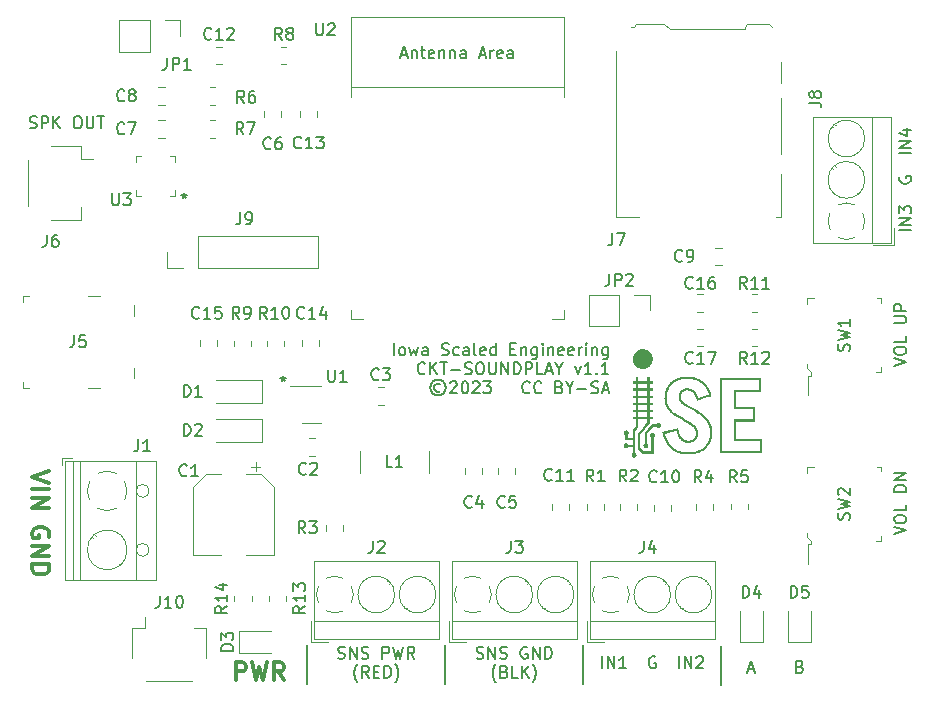
<source format=gto>
G04 #@! TF.GenerationSoftware,KiCad,Pcbnew,6.0.2+dfsg-1*
G04 #@! TF.CreationDate,2023-06-22T08:15:41-06:00*
G04 #@! TF.ProjectId,ckt-soundplay,636b742d-736f-4756-9e64-706c61792e6b,rev?*
G04 #@! TF.SameCoordinates,Original*
G04 #@! TF.FileFunction,Legend,Top*
G04 #@! TF.FilePolarity,Positive*
%FSLAX46Y46*%
G04 Gerber Fmt 4.6, Leading zero omitted, Abs format (unit mm)*
G04 Created by KiCad (PCBNEW 6.0.2+dfsg-1) date 2023-06-22 08:15:41*
%MOMM*%
%LPD*%
G01*
G04 APERTURE LIST*
%ADD10C,0.000000*%
%ADD11C,0.150000*%
%ADD12C,0.300000*%
%ADD13C,0.120000*%
%ADD14C,0.100000*%
G04 APERTURE END LIST*
D10*
G36*
X79417105Y-169295896D02*
G01*
X79431972Y-169297665D01*
X79446755Y-169300334D01*
X79461342Y-169303877D01*
X79475624Y-169308262D01*
X79489489Y-169313462D01*
X79502827Y-169319448D01*
X79515527Y-169326190D01*
X79527479Y-169333659D01*
X79538572Y-169341828D01*
X79543761Y-169346165D01*
X79548695Y-169350666D01*
X79553359Y-169355327D01*
X79557739Y-169360145D01*
X79566489Y-169370690D01*
X79574489Y-169381536D01*
X79581744Y-169392653D01*
X79588258Y-169404012D01*
X79594038Y-169415582D01*
X79599090Y-169427333D01*
X79603418Y-169439236D01*
X79607028Y-169451261D01*
X79609927Y-169463377D01*
X79612119Y-169475556D01*
X79613610Y-169487767D01*
X79614405Y-169499981D01*
X79614511Y-169512167D01*
X79613932Y-169524296D01*
X79612674Y-169536338D01*
X79610744Y-169548263D01*
X79608145Y-169560042D01*
X79604885Y-169571643D01*
X79600968Y-169583039D01*
X79596400Y-169594198D01*
X79591186Y-169605090D01*
X79585333Y-169615687D01*
X79578845Y-169625958D01*
X79571729Y-169635874D01*
X79563989Y-169645403D01*
X79555632Y-169654518D01*
X79546662Y-169663187D01*
X79537086Y-169671381D01*
X79526909Y-169679071D01*
X79516137Y-169686225D01*
X79504774Y-169692815D01*
X79492828Y-169698811D01*
X79482893Y-169703028D01*
X79472452Y-169706683D01*
X79461577Y-169709775D01*
X79450340Y-169712305D01*
X79438814Y-169714273D01*
X79427070Y-169715679D01*
X79415182Y-169716522D01*
X79403222Y-169716803D01*
X79391262Y-169716522D01*
X79379374Y-169715679D01*
X79367630Y-169714273D01*
X79356104Y-169712305D01*
X79344867Y-169709775D01*
X79333992Y-169706683D01*
X79323551Y-169703028D01*
X79313617Y-169698811D01*
X79306982Y-169695365D01*
X79299861Y-169691184D01*
X79292381Y-169686376D01*
X79284667Y-169681051D01*
X79276845Y-169675317D01*
X79269042Y-169669282D01*
X79261384Y-169663054D01*
X79253997Y-169656743D01*
X79247007Y-169650456D01*
X79240539Y-169644303D01*
X79234721Y-169638392D01*
X79229677Y-169632831D01*
X79225535Y-169627729D01*
X79223842Y-169625384D01*
X79222421Y-169623195D01*
X79221288Y-169621174D01*
X79220459Y-169619336D01*
X79219951Y-169617694D01*
X79219778Y-169616262D01*
X79219054Y-169615609D01*
X79216929Y-169614976D01*
X79208764Y-169613781D01*
X79195853Y-169612702D01*
X79178767Y-169611764D01*
X79158076Y-169610991D01*
X79134350Y-169610408D01*
X79080078Y-169609912D01*
X78940378Y-169609912D01*
X78684967Y-169932350D01*
X78429556Y-170255495D01*
X78429556Y-171047128D01*
X78447900Y-171057006D01*
X78453711Y-171060458D01*
X78459728Y-171064680D01*
X78465891Y-171069599D01*
X78472142Y-171075141D01*
X78478423Y-171081233D01*
X78484673Y-171087801D01*
X78490834Y-171094772D01*
X78496848Y-171102073D01*
X78502655Y-171109631D01*
X78508196Y-171117371D01*
X78513413Y-171125221D01*
X78518246Y-171133107D01*
X78522637Y-171140955D01*
X78526527Y-171148693D01*
X78529856Y-171156248D01*
X78532567Y-171163544D01*
X78535478Y-171173672D01*
X78537867Y-171184405D01*
X78539738Y-171195639D01*
X78541099Y-171207267D01*
X78541956Y-171219185D01*
X78542315Y-171231286D01*
X78542182Y-171243467D01*
X78541563Y-171255620D01*
X78540464Y-171267641D01*
X78538892Y-171279424D01*
X78536853Y-171290864D01*
X78534353Y-171301856D01*
X78531398Y-171312293D01*
X78527994Y-171322072D01*
X78524149Y-171331085D01*
X78519867Y-171339228D01*
X78511698Y-171352184D01*
X78503067Y-171364326D01*
X78493975Y-171375652D01*
X78484424Y-171386158D01*
X78474413Y-171395842D01*
X78463945Y-171404700D01*
X78453019Y-171412729D01*
X78441638Y-171419926D01*
X78429802Y-171426288D01*
X78417513Y-171431812D01*
X78404771Y-171436494D01*
X78391577Y-171440332D01*
X78377932Y-171443323D01*
X78363838Y-171445463D01*
X78349296Y-171446749D01*
X78334305Y-171447178D01*
X78323021Y-171446916D01*
X78311930Y-171446135D01*
X78301042Y-171444847D01*
X78290369Y-171443062D01*
X78279923Y-171440793D01*
X78269713Y-171438049D01*
X78259750Y-171434842D01*
X78250047Y-171431182D01*
X78240613Y-171427081D01*
X78231460Y-171422550D01*
X78222599Y-171417600D01*
X78214040Y-171412241D01*
X78205795Y-171406485D01*
X78197875Y-171400342D01*
X78190290Y-171393824D01*
X78183052Y-171386941D01*
X78176172Y-171379705D01*
X78169660Y-171372127D01*
X78163527Y-171364217D01*
X78157786Y-171355986D01*
X78152446Y-171347446D01*
X78147518Y-171338608D01*
X78143014Y-171329482D01*
X78138944Y-171320079D01*
X78135320Y-171310410D01*
X78132152Y-171300487D01*
X78129451Y-171290321D01*
X78127229Y-171279921D01*
X78125496Y-171269300D01*
X78124264Y-171258469D01*
X78123543Y-171247437D01*
X78123344Y-171236217D01*
X78123618Y-171223962D01*
X78124441Y-171212060D01*
X78125819Y-171200501D01*
X78127754Y-171189275D01*
X78130252Y-171178372D01*
X78133316Y-171167781D01*
X78136951Y-171157491D01*
X78141160Y-171147493D01*
X78145948Y-171137777D01*
X78151319Y-171128330D01*
X78157277Y-171119145D01*
X78163826Y-171110209D01*
X78170970Y-171101514D01*
X78178714Y-171093047D01*
X78187062Y-171084800D01*
X78196017Y-171076762D01*
X78232000Y-171045717D01*
X78232000Y-170180000D01*
X78537506Y-169793356D01*
X78842305Y-169406006D01*
X79029278Y-169405300D01*
X79216250Y-169404595D01*
X79235300Y-169377078D01*
X79239885Y-169370789D01*
X79244891Y-169364632D01*
X79250294Y-169358623D01*
X79256070Y-169352781D01*
X79262192Y-169347119D01*
X79268637Y-169341657D01*
X79275380Y-169336409D01*
X79282396Y-169331393D01*
X79289659Y-169326625D01*
X79297146Y-169322122D01*
X79304831Y-169317900D01*
X79312690Y-169313975D01*
X79320698Y-169310365D01*
X79328830Y-169307085D01*
X79337061Y-169304153D01*
X79345367Y-169301584D01*
X79352117Y-169299866D01*
X79358999Y-169298412D01*
X79373100Y-169296287D01*
X79387558Y-169295178D01*
X79402263Y-169295057D01*
X79417105Y-169295896D01*
G37*
G36*
X77230111Y-168396356D02*
G01*
X77230111Y-168170578D01*
X77484111Y-168170578D01*
X77681667Y-168170578D01*
X78450722Y-168170578D01*
X78450722Y-167796634D01*
X77681667Y-167796634D01*
X77681667Y-168170578D01*
X77484111Y-168170578D01*
X77484111Y-167796634D01*
X77230111Y-167796634D01*
X77230111Y-167570856D01*
X77484111Y-167570856D01*
X77681667Y-167570856D01*
X78450722Y-167570856D01*
X78450722Y-167196912D01*
X77681667Y-167196912D01*
X77681667Y-167570856D01*
X77484111Y-167570856D01*
X77484111Y-167196912D01*
X77230111Y-167196912D01*
X77230111Y-166978189D01*
X77484111Y-166978189D01*
X77681667Y-166978189D01*
X78450722Y-166978189D01*
X78450722Y-166604245D01*
X77681667Y-166604245D01*
X77681667Y-166978189D01*
X77484111Y-166978189D01*
X77484111Y-166604245D01*
X77230111Y-166604245D01*
X77230111Y-166378467D01*
X77484111Y-166378467D01*
X77681667Y-166378467D01*
X78450722Y-166378467D01*
X78450722Y-166004523D01*
X77681667Y-166004523D01*
X77681667Y-166378467D01*
X77484111Y-166378467D01*
X77484111Y-166004523D01*
X77230111Y-166004523D01*
X77230111Y-165785801D01*
X77484111Y-165785801D01*
X77484111Y-165433023D01*
X77681667Y-165433023D01*
X77681667Y-165785801D01*
X78450722Y-165785801D01*
X78450722Y-165433023D01*
X78648278Y-165433023D01*
X78648278Y-165785801D01*
X78902278Y-165785801D01*
X78902278Y-166004523D01*
X78648278Y-166004523D01*
X78648278Y-166378467D01*
X78902278Y-166378467D01*
X78902278Y-166604245D01*
X78648278Y-166604245D01*
X78648278Y-166978189D01*
X78902278Y-166978189D01*
X78902278Y-167196912D01*
X78648278Y-167196912D01*
X78648278Y-167570856D01*
X78902278Y-167570856D01*
X78902278Y-167796634D01*
X78648278Y-167796634D01*
X78648278Y-168170578D01*
X78902278Y-168170578D01*
X78902278Y-168396356D01*
X78648278Y-168396356D01*
X78648278Y-168763245D01*
X78902278Y-168763245D01*
X78902278Y-168996079D01*
X78648278Y-168996079D01*
X78648278Y-169324867D01*
X78256694Y-169819461D01*
X77865111Y-170314761D01*
X77865111Y-171426717D01*
X78136750Y-171698356D01*
X78803500Y-171698356D01*
X78803500Y-171113450D01*
X78803472Y-170923183D01*
X78803407Y-170845850D01*
X78803279Y-170779293D01*
X78803186Y-170749800D01*
X78803069Y-170722695D01*
X78802927Y-170697875D01*
X78802756Y-170675238D01*
X78802554Y-170654683D01*
X78802318Y-170636106D01*
X78802047Y-170619406D01*
X78801736Y-170604480D01*
X78801384Y-170591227D01*
X78800988Y-170579543D01*
X78800546Y-170569328D01*
X78800307Y-170564738D01*
X78800055Y-170560478D01*
X78799790Y-170556533D01*
X78799512Y-170552892D01*
X78799220Y-170549540D01*
X78798914Y-170546467D01*
X78798595Y-170543658D01*
X78798260Y-170541101D01*
X78797911Y-170538783D01*
X78797547Y-170536692D01*
X78797167Y-170534814D01*
X78796771Y-170533137D01*
X78796359Y-170531649D01*
X78795931Y-170530336D01*
X78795486Y-170529185D01*
X78795024Y-170528184D01*
X78794544Y-170527321D01*
X78794047Y-170526581D01*
X78793531Y-170525953D01*
X78792997Y-170525424D01*
X78792444Y-170524981D01*
X78791873Y-170524610D01*
X78791282Y-170524301D01*
X78790671Y-170524039D01*
X78789389Y-170523606D01*
X78787059Y-170522714D01*
X78784577Y-170521502D01*
X78779202Y-170518181D01*
X78773365Y-170513766D01*
X78767164Y-170508381D01*
X78760698Y-170502149D01*
X78754067Y-170495192D01*
X78747370Y-170487634D01*
X78740706Y-170479597D01*
X78734174Y-170471204D01*
X78727873Y-170462579D01*
X78721904Y-170453845D01*
X78716364Y-170445124D01*
X78711353Y-170436539D01*
X78706971Y-170428214D01*
X78703317Y-170420271D01*
X78700489Y-170412834D01*
X78697462Y-170402684D01*
X78694990Y-170392121D01*
X78693069Y-170381213D01*
X78691691Y-170370027D01*
X78690851Y-170358630D01*
X78690542Y-170347089D01*
X78690758Y-170335472D01*
X78691493Y-170323846D01*
X78692740Y-170312277D01*
X78694494Y-170300834D01*
X78696748Y-170289583D01*
X78699497Y-170278591D01*
X78702733Y-170267926D01*
X78706450Y-170257654D01*
X78710643Y-170247844D01*
X78715305Y-170238562D01*
X78719834Y-170230478D01*
X78724446Y-170222872D01*
X78729176Y-170215712D01*
X78734058Y-170208961D01*
X78739126Y-170202587D01*
X78744414Y-170196555D01*
X78749956Y-170190830D01*
X78755787Y-170185380D01*
X78761940Y-170180169D01*
X78768449Y-170175165D01*
X78775350Y-170170331D01*
X78782675Y-170165635D01*
X78790459Y-170161043D01*
X78798736Y-170156520D01*
X78807540Y-170152032D01*
X78816905Y-170147545D01*
X78828233Y-170142569D01*
X78833394Y-170140499D01*
X78838337Y-170138692D01*
X78843147Y-170137138D01*
X78847911Y-170135824D01*
X78852717Y-170134740D01*
X78857651Y-170133875D01*
X78862800Y-170133215D01*
X78868251Y-170132751D01*
X78874091Y-170132472D01*
X78880406Y-170132364D01*
X78887283Y-170132418D01*
X78894809Y-170132622D01*
X78912155Y-170133433D01*
X78924212Y-170134231D01*
X78935549Y-170135316D01*
X78946225Y-170136711D01*
X78956297Y-170138438D01*
X78965823Y-170140522D01*
X78974862Y-170142983D01*
X78983470Y-170145846D01*
X78991707Y-170149132D01*
X78999629Y-170152865D01*
X79007295Y-170157067D01*
X79014763Y-170161761D01*
X79022090Y-170166970D01*
X79029334Y-170172716D01*
X79036554Y-170179022D01*
X79043806Y-170185911D01*
X79051150Y-170193406D01*
X79059016Y-170201898D01*
X79066226Y-170210216D01*
X79072798Y-170218417D01*
X79078755Y-170226556D01*
X79084116Y-170234691D01*
X79088903Y-170242879D01*
X79093135Y-170251176D01*
X79096835Y-170259640D01*
X79100021Y-170268327D01*
X79102716Y-170277294D01*
X79104940Y-170286598D01*
X79106712Y-170296296D01*
X79108055Y-170306444D01*
X79108989Y-170317100D01*
X79109534Y-170328320D01*
X79109711Y-170340161D01*
X79109561Y-170353674D01*
X79108843Y-170366701D01*
X79107550Y-170379255D01*
X79105676Y-170391347D01*
X79103215Y-170402989D01*
X79100161Y-170414191D01*
X79096508Y-170424966D01*
X79092248Y-170435324D01*
X79087377Y-170445276D01*
X79084711Y-170450104D01*
X79081888Y-170454835D01*
X79078910Y-170459471D01*
X79075775Y-170464012D01*
X79069031Y-170472817D01*
X79061651Y-170481263D01*
X79053628Y-170489361D01*
X79044955Y-170497121D01*
X79035628Y-170504556D01*
X79001761Y-170530662D01*
X79001761Y-171212933D01*
X79001055Y-171895911D01*
X78052083Y-171895911D01*
X77860172Y-171704001D01*
X77667556Y-171511384D01*
X77667556Y-170238562D01*
X78059139Y-169743262D01*
X78450722Y-169248667D01*
X78450722Y-168996079D01*
X77681667Y-168996079D01*
X77681667Y-169318517D01*
X77680961Y-169641661D01*
X77554667Y-169800411D01*
X77428372Y-169959161D01*
X77427667Y-170904606D01*
X77427667Y-171850050D01*
X77462944Y-171880390D01*
X77472489Y-171888862D01*
X77481290Y-171897371D01*
X77489366Y-171905952D01*
X77496734Y-171914642D01*
X77503411Y-171923476D01*
X77509416Y-171932491D01*
X77514765Y-171941724D01*
X77519477Y-171951209D01*
X77523569Y-171960984D01*
X77527058Y-171971085D01*
X77529962Y-171981547D01*
X77532298Y-171992407D01*
X77534085Y-172003701D01*
X77535340Y-172015466D01*
X77536080Y-172027737D01*
X77536322Y-172040550D01*
X77536401Y-172057089D01*
X77536277Y-172064385D01*
X77536025Y-172071132D01*
X77535627Y-172077408D01*
X77535070Y-172083289D01*
X77534336Y-172088852D01*
X77533412Y-172094173D01*
X77532281Y-172099328D01*
X77530927Y-172104395D01*
X77529336Y-172109449D01*
X77527492Y-172114567D01*
X77525379Y-172119826D01*
X77522981Y-172125302D01*
X77520284Y-172131071D01*
X77517272Y-172137211D01*
X77509948Y-172150943D01*
X77502001Y-172163826D01*
X77493438Y-172175854D01*
X77484265Y-172187019D01*
X77474489Y-172197316D01*
X77464116Y-172206739D01*
X77453151Y-172215281D01*
X77441601Y-172222936D01*
X77429473Y-172229699D01*
X77416772Y-172235562D01*
X77403505Y-172240520D01*
X77389677Y-172244566D01*
X77375295Y-172247695D01*
X77360366Y-172249899D01*
X77344895Y-172251173D01*
X77328889Y-172251511D01*
X77316301Y-172251278D01*
X77304183Y-172250569D01*
X77292513Y-172249372D01*
X77281264Y-172247675D01*
X77270412Y-172245465D01*
X77259932Y-172242730D01*
X77249799Y-172239458D01*
X77239989Y-172235636D01*
X77230476Y-172231252D01*
X77221237Y-172226293D01*
X77212245Y-172220747D01*
X77203476Y-172214602D01*
X77194906Y-172207845D01*
X77186510Y-172200463D01*
X77178262Y-172192445D01*
X77170139Y-172183778D01*
X77162770Y-172175190D01*
X77156003Y-172166600D01*
X77149827Y-172157972D01*
X77144232Y-172149272D01*
X77139207Y-172140465D01*
X77134743Y-172131515D01*
X77130828Y-172122387D01*
X77127453Y-172113046D01*
X77124607Y-172103458D01*
X77122280Y-172093586D01*
X77120461Y-172083395D01*
X77119141Y-172072852D01*
X77118308Y-172061919D01*
X77117953Y-172050563D01*
X77118065Y-172038748D01*
X77118633Y-172026439D01*
X77119691Y-172014550D01*
X77121275Y-172002963D01*
X77123382Y-171991682D01*
X77126009Y-171980711D01*
X77129152Y-171970053D01*
X77132809Y-171959715D01*
X77136977Y-171949698D01*
X77141652Y-171940009D01*
X77146832Y-171930650D01*
X77152512Y-171921626D01*
X77158691Y-171912940D01*
X77165365Y-171904599D01*
X77172531Y-171896604D01*
X77180186Y-171888961D01*
X77188327Y-171881673D01*
X77196950Y-171874745D01*
X77230111Y-171850050D01*
X77230111Y-171338522D01*
X76866750Y-171338522D01*
X76835706Y-171374506D01*
X76826001Y-171385129D01*
X76815830Y-171394911D01*
X76805231Y-171403856D01*
X76794242Y-171411971D01*
X76782901Y-171419260D01*
X76771246Y-171425729D01*
X76759315Y-171431384D01*
X76747147Y-171436231D01*
X76734780Y-171440275D01*
X76722251Y-171443521D01*
X76709599Y-171445975D01*
X76696861Y-171447643D01*
X76684077Y-171448530D01*
X76671284Y-171448641D01*
X76658520Y-171447983D01*
X76645823Y-171446561D01*
X76633232Y-171444380D01*
X76620784Y-171441446D01*
X76608518Y-171437765D01*
X76596471Y-171433341D01*
X76584683Y-171428182D01*
X76573190Y-171422291D01*
X76562032Y-171415675D01*
X76551245Y-171408340D01*
X76540870Y-171400290D01*
X76530942Y-171391532D01*
X76521501Y-171382070D01*
X76512585Y-171371911D01*
X76504231Y-171361060D01*
X76496478Y-171349523D01*
X76489365Y-171337305D01*
X76482928Y-171324412D01*
X76479589Y-171316813D01*
X76476583Y-171309106D01*
X76473907Y-171301301D01*
X76471559Y-171293411D01*
X76469537Y-171285447D01*
X76467837Y-171277419D01*
X76466459Y-171269340D01*
X76465399Y-171261220D01*
X76464226Y-171244906D01*
X76464300Y-171228566D01*
X76465601Y-171212293D01*
X76468111Y-171196177D01*
X76471812Y-171180309D01*
X76476685Y-171164780D01*
X76482712Y-171149681D01*
X76489873Y-171135102D01*
X76493874Y-171128037D01*
X76498151Y-171121136D01*
X76502702Y-171114411D01*
X76507526Y-171107872D01*
X76512619Y-171101532D01*
X76517980Y-171095402D01*
X76523606Y-171089494D01*
X76529495Y-171083817D01*
X76537854Y-171076447D01*
X76546032Y-171069673D01*
X76554081Y-171063477D01*
X76562049Y-171057844D01*
X76569989Y-171052756D01*
X76577950Y-171048197D01*
X76585984Y-171044151D01*
X76594141Y-171040602D01*
X76602471Y-171037531D01*
X76611026Y-171034924D01*
X76619856Y-171032763D01*
X76629011Y-171031033D01*
X76638542Y-171029715D01*
X76648501Y-171028795D01*
X76658936Y-171028254D01*
X76669900Y-171028078D01*
X76683140Y-171028264D01*
X76695649Y-171028842D01*
X76707490Y-171029836D01*
X76718727Y-171031275D01*
X76729422Y-171033185D01*
X76739638Y-171035594D01*
X76749440Y-171038527D01*
X76758888Y-171042013D01*
X76768048Y-171046077D01*
X76776981Y-171050747D01*
X76785750Y-171056049D01*
X76794420Y-171062011D01*
X76803052Y-171068659D01*
X76811710Y-171076020D01*
X76820457Y-171084121D01*
X76829356Y-171092989D01*
X76870278Y-171133911D01*
X77230111Y-171133911D01*
X77230111Y-170731745D01*
X76573945Y-170731745D01*
X76573945Y-170326051D01*
X76537961Y-170295006D01*
X76526635Y-170284668D01*
X76516213Y-170273784D01*
X76506704Y-170262388D01*
X76498119Y-170250512D01*
X76490469Y-170238189D01*
X76483763Y-170225454D01*
X76478012Y-170212337D01*
X76473226Y-170198874D01*
X76469417Y-170185096D01*
X76466593Y-170171038D01*
X76464765Y-170156731D01*
X76463944Y-170142209D01*
X76464140Y-170127505D01*
X76465363Y-170112653D01*
X76467624Y-170097685D01*
X76470933Y-170082634D01*
X76476293Y-170064457D01*
X76482823Y-170047250D01*
X76486515Y-170039019D01*
X76490486Y-170031042D01*
X76494730Y-170023321D01*
X76499244Y-170015860D01*
X76504022Y-170008662D01*
X76509060Y-170001732D01*
X76514354Y-169995072D01*
X76519898Y-169988686D01*
X76525688Y-169982578D01*
X76531719Y-169976750D01*
X76537987Y-169971208D01*
X76544488Y-169965953D01*
X76551215Y-169960989D01*
X76558165Y-169956321D01*
X76565334Y-169951951D01*
X76572715Y-169947882D01*
X76580306Y-169944120D01*
X76588100Y-169940666D01*
X76596095Y-169937524D01*
X76604283Y-169934699D01*
X76612662Y-169932192D01*
X76621227Y-169930009D01*
X76638894Y-169926625D01*
X76657248Y-169924574D01*
X76676250Y-169923884D01*
X76684148Y-169924078D01*
X76691962Y-169924525D01*
X76699690Y-169925225D01*
X76707328Y-169926173D01*
X76714870Y-169927367D01*
X76722312Y-169928806D01*
X76729652Y-169930486D01*
X76736884Y-169932406D01*
X76744004Y-169934562D01*
X76751009Y-169936952D01*
X76757893Y-169939574D01*
X76764654Y-169942425D01*
X76771286Y-169945504D01*
X76777787Y-169948806D01*
X76784150Y-169952331D01*
X76790374Y-169956075D01*
X76796452Y-169960036D01*
X76802382Y-169964212D01*
X76808159Y-169968599D01*
X76813778Y-169973197D01*
X76819237Y-169978002D01*
X76824530Y-169983011D01*
X76829653Y-169988223D01*
X76834603Y-169993635D01*
X76839375Y-169999244D01*
X76843966Y-170005048D01*
X76848370Y-170011044D01*
X76852584Y-170017231D01*
X76856604Y-170023605D01*
X76860425Y-170030164D01*
X76864044Y-170036906D01*
X76867456Y-170043828D01*
X76871077Y-170052256D01*
X76874267Y-170061346D01*
X76877026Y-170071014D01*
X76879351Y-170081179D01*
X76881242Y-170091756D01*
X76882698Y-170102665D01*
X76883718Y-170113821D01*
X76884301Y-170125143D01*
X76884445Y-170136548D01*
X76884151Y-170147953D01*
X76883416Y-170159275D01*
X76882239Y-170170431D01*
X76880621Y-170181340D01*
X76878558Y-170191918D01*
X76876052Y-170202082D01*
X76873100Y-170211751D01*
X76870460Y-170218612D01*
X76867097Y-170225895D01*
X76863098Y-170233492D01*
X76858548Y-170241296D01*
X76853535Y-170249199D01*
X76848147Y-170257093D01*
X76842468Y-170264872D01*
X76836588Y-170272428D01*
X76830591Y-170279653D01*
X76824566Y-170286440D01*
X76818598Y-170292681D01*
X76812775Y-170298269D01*
X76807184Y-170303096D01*
X76801911Y-170307055D01*
X76799421Y-170308676D01*
X76797043Y-170310039D01*
X76794788Y-170311131D01*
X76792667Y-170311939D01*
X76790299Y-170312789D01*
X76788212Y-170313840D01*
X76786387Y-170315227D01*
X76784806Y-170317088D01*
X76783454Y-170319555D01*
X76782311Y-170322766D01*
X76781360Y-170326856D01*
X76780584Y-170331959D01*
X76779965Y-170338212D01*
X76779486Y-170345749D01*
X76778875Y-170365220D01*
X76778612Y-170391453D01*
X76778556Y-170425534D01*
X76778556Y-170534190D01*
X77230111Y-170534190D01*
X77230111Y-169883667D01*
X77357111Y-169724212D01*
X77484111Y-169564050D01*
X77484111Y-168996079D01*
X77230111Y-168996079D01*
X77230111Y-168763245D01*
X77484111Y-168763245D01*
X77681667Y-168763245D01*
X78450722Y-168763245D01*
X78450722Y-168396356D01*
X77681667Y-168396356D01*
X77681667Y-168763245D01*
X77484111Y-168763245D01*
X77484111Y-168396356D01*
X77230111Y-168396356D01*
G37*
G36*
X79726664Y-170116588D02*
G01*
X79721256Y-170092429D01*
X79717854Y-170073665D01*
X79716666Y-170060995D01*
X79716967Y-170057163D01*
X79717900Y-170055117D01*
X79932135Y-170006356D01*
X80396203Y-169906333D01*
X80859610Y-169808558D01*
X81071861Y-169766544D01*
X81072771Y-169768957D01*
X81074375Y-169774868D01*
X81079269Y-169795561D01*
X81085752Y-169825381D01*
X81093028Y-169861089D01*
X81109658Y-169939340D01*
X81128574Y-170014520D01*
X81149745Y-170086582D01*
X81173141Y-170155482D01*
X81198733Y-170221174D01*
X81226489Y-170283612D01*
X81256381Y-170342752D01*
X81288378Y-170398546D01*
X81305157Y-170425175D01*
X81322451Y-170450951D01*
X81340256Y-170475868D01*
X81358569Y-170499920D01*
X81377385Y-170523102D01*
X81396702Y-170545409D01*
X81416515Y-170566833D01*
X81436821Y-170587370D01*
X81457615Y-170607015D01*
X81478895Y-170625760D01*
X81500656Y-170643602D01*
X81522894Y-170660533D01*
X81545607Y-170676549D01*
X81568789Y-170691643D01*
X81592438Y-170705810D01*
X81616550Y-170719044D01*
X81647341Y-170734374D01*
X81678327Y-170748083D01*
X81709509Y-170760171D01*
X81740882Y-170770638D01*
X81772446Y-170779486D01*
X81804197Y-170786712D01*
X81836135Y-170792318D01*
X81868257Y-170796303D01*
X81900560Y-170798668D01*
X81933044Y-170799412D01*
X81965705Y-170798536D01*
X81998542Y-170796039D01*
X82031553Y-170791921D01*
X82064735Y-170786183D01*
X82098086Y-170778824D01*
X82131606Y-170769845D01*
X82180995Y-170753402D01*
X82227775Y-170733516D01*
X82271865Y-170710300D01*
X82313187Y-170683866D01*
X82351660Y-170654328D01*
X82387205Y-170621798D01*
X82419743Y-170586389D01*
X82449194Y-170548212D01*
X82475477Y-170507382D01*
X82498515Y-170464010D01*
X82518227Y-170418209D01*
X82534533Y-170370092D01*
X82547354Y-170319772D01*
X82556610Y-170267361D01*
X82562223Y-170212972D01*
X82564111Y-170156717D01*
X82563511Y-170125642D01*
X82561695Y-170095339D01*
X82558637Y-170065740D01*
X82554310Y-170036773D01*
X82548690Y-170008368D01*
X82541750Y-169980455D01*
X82533464Y-169952964D01*
X82523806Y-169925824D01*
X82512751Y-169898965D01*
X82500273Y-169872318D01*
X82486346Y-169845810D01*
X82470944Y-169819373D01*
X82454042Y-169792936D01*
X82435613Y-169766429D01*
X82415632Y-169739781D01*
X82394072Y-169712922D01*
X82365008Y-169679032D01*
X82334370Y-169645925D01*
X82301656Y-169613260D01*
X82266366Y-169580697D01*
X82228001Y-169547894D01*
X82186060Y-169514510D01*
X82140042Y-169480204D01*
X82089448Y-169444635D01*
X81972530Y-169368344D01*
X81831303Y-169282909D01*
X81661766Y-169185600D01*
X81459917Y-169073690D01*
X81296747Y-168983533D01*
X81156274Y-168904224D01*
X81035000Y-168833580D01*
X80929427Y-168769419D01*
X80836058Y-168709557D01*
X80751396Y-168651811D01*
X80671942Y-168594000D01*
X80594200Y-168533939D01*
X80553023Y-168499867D01*
X80507935Y-168460198D01*
X80460714Y-168416675D01*
X80413137Y-168371044D01*
X80366982Y-168325050D01*
X80324027Y-168280436D01*
X80286050Y-168238947D01*
X80269483Y-168219920D01*
X80254828Y-168202329D01*
X80209598Y-168143823D01*
X80167562Y-168084425D01*
X80128705Y-168024087D01*
X80093013Y-167962759D01*
X80060471Y-167900394D01*
X80031065Y-167836943D01*
X80004780Y-167772357D01*
X79981601Y-167706587D01*
X79961515Y-167639586D01*
X79944507Y-167571304D01*
X79930563Y-167501693D01*
X79919667Y-167430704D01*
X79911805Y-167358289D01*
X79906964Y-167284399D01*
X79905128Y-167208986D01*
X79906283Y-167132001D01*
X79910600Y-167046506D01*
X79917466Y-166963053D01*
X79926885Y-166881634D01*
X79938860Y-166802241D01*
X79953394Y-166724866D01*
X79970490Y-166649500D01*
X79990152Y-166576134D01*
X80012381Y-166504762D01*
X80037182Y-166435373D01*
X80064558Y-166367961D01*
X80094511Y-166302517D01*
X80127045Y-166239032D01*
X80162163Y-166177498D01*
X80199867Y-166117908D01*
X80240162Y-166060252D01*
X80283050Y-166004523D01*
X80294617Y-165990656D01*
X80307751Y-165975642D01*
X80337918Y-165942941D01*
X80371938Y-165907958D01*
X80408198Y-165872231D01*
X80445087Y-165837298D01*
X80480992Y-165804696D01*
X80514300Y-165775964D01*
X80529477Y-165763530D01*
X80543400Y-165752640D01*
X80596244Y-165714831D01*
X80651035Y-165678937D01*
X80707733Y-165644969D01*
X80766301Y-165612940D01*
X80826700Y-165582862D01*
X80888892Y-165554748D01*
X80952839Y-165528610D01*
X81018503Y-165504461D01*
X81085846Y-165482312D01*
X81154829Y-165462177D01*
X81225413Y-165444067D01*
X81297562Y-165427996D01*
X81371235Y-165413975D01*
X81446397Y-165402017D01*
X81523007Y-165392134D01*
X81601028Y-165384340D01*
X81648402Y-165381531D01*
X81710014Y-165379467D01*
X81780986Y-165378163D01*
X81856439Y-165377637D01*
X81931495Y-165377904D01*
X82001276Y-165378982D01*
X82060904Y-165380886D01*
X82105500Y-165383634D01*
X82261135Y-165402892D01*
X82411213Y-165431730D01*
X82484111Y-165449698D01*
X82555551Y-165470007D01*
X82625511Y-165492640D01*
X82693966Y-165517579D01*
X82760895Y-165544807D01*
X82826275Y-165574305D01*
X82890082Y-165606055D01*
X82952295Y-165640040D01*
X83012889Y-165676242D01*
X83071842Y-165714643D01*
X83129132Y-165755226D01*
X83184735Y-165797972D01*
X83238629Y-165842863D01*
X83290790Y-165889882D01*
X83341196Y-165939011D01*
X83389825Y-165990233D01*
X83436652Y-166043528D01*
X83481655Y-166098880D01*
X83524812Y-166156271D01*
X83566099Y-166215682D01*
X83605494Y-166277097D01*
X83642973Y-166340497D01*
X83678515Y-166405863D01*
X83712095Y-166473180D01*
X83743692Y-166542428D01*
X83773282Y-166613590D01*
X83826350Y-166761584D01*
X83837717Y-166797770D01*
X83849688Y-166838478D01*
X83861610Y-166881155D01*
X83872828Y-166923244D01*
X83882691Y-166962192D01*
X83890544Y-166995442D01*
X83895735Y-167020441D01*
X83897128Y-167029048D01*
X83897611Y-167034634D01*
X83895840Y-167036548D01*
X83890357Y-167039432D01*
X83867228Y-167048414D01*
X83765143Y-167081377D01*
X83574952Y-167138417D01*
X83280250Y-167224428D01*
X83040074Y-167293859D01*
X82843158Y-167350193D01*
X82709742Y-167387742D01*
X82673172Y-167397694D01*
X82660067Y-167400817D01*
X82658868Y-167398339D01*
X82656429Y-167392240D01*
X82648425Y-167370831D01*
X82637246Y-167339897D01*
X82624083Y-167302745D01*
X82593469Y-167219228D01*
X82562164Y-167141122D01*
X82530087Y-167068330D01*
X82497160Y-167000756D01*
X82463303Y-166938305D01*
X82428436Y-166880879D01*
X82410599Y-166854021D01*
X82392480Y-166828384D01*
X82374068Y-166803955D01*
X82355355Y-166780722D01*
X82336329Y-166758674D01*
X82316981Y-166737798D01*
X82297301Y-166718083D01*
X82277279Y-166699516D01*
X82256905Y-166682085D01*
X82236170Y-166665779D01*
X82215062Y-166650585D01*
X82193573Y-166636491D01*
X82171692Y-166623486D01*
X82149409Y-166611557D01*
X82126715Y-166600692D01*
X82103600Y-166590879D01*
X82080052Y-166582107D01*
X82056064Y-166574363D01*
X82031624Y-166567635D01*
X82006722Y-166561912D01*
X81990067Y-166558671D01*
X81972234Y-166555828D01*
X81953403Y-166553383D01*
X81933752Y-166551339D01*
X81892707Y-166548455D01*
X81850530Y-166547183D01*
X81808650Y-166547532D01*
X81768498Y-166549510D01*
X81749517Y-166551112D01*
X81731505Y-166553124D01*
X81714639Y-166555548D01*
X81699100Y-166558384D01*
X81653607Y-166569482D01*
X81610784Y-166583201D01*
X81570624Y-166599552D01*
X81533118Y-166618544D01*
X81515358Y-166629033D01*
X81498258Y-166640185D01*
X81481817Y-166652003D01*
X81466035Y-166664486D01*
X81450910Y-166677636D01*
X81436442Y-166691455D01*
X81422628Y-166705944D01*
X81409469Y-166721103D01*
X81396963Y-166736933D01*
X81385110Y-166753437D01*
X81373907Y-166770615D01*
X81363355Y-166788468D01*
X81344196Y-166826205D01*
X81327625Y-166866657D01*
X81313634Y-166909833D01*
X81302214Y-166955743D01*
X81293357Y-167004395D01*
X81287055Y-167055801D01*
X81285239Y-167077255D01*
X81284033Y-167097756D01*
X81283454Y-167117394D01*
X81283517Y-167136256D01*
X81284237Y-167154432D01*
X81285629Y-167172010D01*
X81287710Y-167189081D01*
X81290495Y-167205731D01*
X81293999Y-167222051D01*
X81298238Y-167238129D01*
X81303228Y-167254054D01*
X81308983Y-167269915D01*
X81315520Y-167285800D01*
X81322853Y-167301800D01*
X81330999Y-167318002D01*
X81339972Y-167334495D01*
X81351343Y-167353720D01*
X81364030Y-167373039D01*
X81378044Y-167392461D01*
X81393396Y-167411996D01*
X81410096Y-167431655D01*
X81428153Y-167451449D01*
X81447579Y-167471388D01*
X81468383Y-167491481D01*
X81490577Y-167511740D01*
X81514170Y-167532175D01*
X81539173Y-167552795D01*
X81565596Y-167573612D01*
X81593449Y-167594636D01*
X81622743Y-167615877D01*
X81653488Y-167637345D01*
X81685694Y-167659051D01*
X81731193Y-167688749D01*
X81776898Y-167717512D01*
X81825531Y-167746921D01*
X81879810Y-167778554D01*
X82016192Y-167854809D01*
X82207805Y-167958912D01*
X82338874Y-168029675D01*
X82451487Y-168091237D01*
X82548622Y-168145307D01*
X82633256Y-168193597D01*
X82708364Y-168237820D01*
X82776924Y-168279686D01*
X82841912Y-168320907D01*
X82906305Y-168363195D01*
X83028395Y-168448220D01*
X83142323Y-168534603D01*
X83248196Y-168622512D01*
X83346120Y-168712114D01*
X83436202Y-168803576D01*
X83518547Y-168897066D01*
X83593263Y-168992751D01*
X83660456Y-169090799D01*
X83720233Y-169191377D01*
X83772699Y-169294652D01*
X83817961Y-169400793D01*
X83856127Y-169509965D01*
X83887301Y-169622338D01*
X83911591Y-169738077D01*
X83929103Y-169857352D01*
X83939944Y-169980328D01*
X83942968Y-170055908D01*
X83943097Y-170133853D01*
X83940416Y-170213220D01*
X83935005Y-170293066D01*
X83926949Y-170372449D01*
X83916330Y-170450427D01*
X83903230Y-170526056D01*
X83887733Y-170598395D01*
X83851634Y-170729673D01*
X83806707Y-170855369D01*
X83753152Y-170975305D01*
X83691170Y-171089307D01*
X83620960Y-171197199D01*
X83542725Y-171298805D01*
X83456663Y-171393949D01*
X83362976Y-171482456D01*
X83261864Y-171564150D01*
X83153528Y-171638855D01*
X83038168Y-171706396D01*
X82915985Y-171766596D01*
X82787179Y-171819281D01*
X82651950Y-171864274D01*
X82510499Y-171901400D01*
X82363028Y-171930483D01*
X82256774Y-171945822D01*
X82147469Y-171957416D01*
X82036561Y-171965223D01*
X81925495Y-171969201D01*
X81815719Y-171969310D01*
X81708680Y-171965508D01*
X81605825Y-171957754D01*
X81556418Y-171952382D01*
X81508600Y-171946006D01*
X81393831Y-171926122D01*
X81282368Y-171900874D01*
X81174224Y-171870269D01*
X81069414Y-171834319D01*
X80967953Y-171793031D01*
X80869855Y-171746415D01*
X80775134Y-171694481D01*
X80683806Y-171637237D01*
X80595884Y-171574694D01*
X80511383Y-171506859D01*
X80430317Y-171433744D01*
X80352702Y-171355357D01*
X80278550Y-171271706D01*
X80207878Y-171182803D01*
X80140699Y-171088655D01*
X80077028Y-170989273D01*
X80053448Y-170948698D01*
X80026900Y-170900020D01*
X79998583Y-170845653D01*
X79969695Y-170788013D01*
X79941436Y-170729512D01*
X79915003Y-170672566D01*
X79891597Y-170619589D01*
X79872416Y-170572995D01*
X79845375Y-170501199D01*
X79817218Y-170420242D01*
X79789606Y-170335713D01*
X79764202Y-170253202D01*
X79749341Y-170201512D01*
X79945560Y-170201512D01*
X79945794Y-170204959D01*
X79946491Y-170209291D01*
X79947666Y-170214629D01*
X79949332Y-170221093D01*
X79951505Y-170228805D01*
X79957428Y-170248454D01*
X79965550Y-170274545D01*
X79983892Y-170331130D01*
X80003179Y-170387071D01*
X80023379Y-170442303D01*
X80044462Y-170496762D01*
X80066397Y-170550381D01*
X80089152Y-170603095D01*
X80112697Y-170654840D01*
X80137000Y-170705551D01*
X80162031Y-170755162D01*
X80187759Y-170803608D01*
X80214152Y-170850824D01*
X80241180Y-170896745D01*
X80268811Y-170941307D01*
X80297015Y-170984442D01*
X80325761Y-171026088D01*
X80355017Y-171066178D01*
X80416255Y-171143703D01*
X80480129Y-171216745D01*
X80546661Y-171285318D01*
X80615874Y-171349437D01*
X80687791Y-171409115D01*
X80762434Y-171464368D01*
X80839826Y-171515209D01*
X80919990Y-171561655D01*
X81002949Y-171603717D01*
X81088726Y-171641413D01*
X81177342Y-171674755D01*
X81268821Y-171703758D01*
X81363186Y-171728437D01*
X81460460Y-171748806D01*
X81560664Y-171764880D01*
X81663822Y-171776672D01*
X81719564Y-171780262D01*
X81787361Y-171782107D01*
X81863326Y-171782315D01*
X81943575Y-171780994D01*
X82024221Y-171778250D01*
X82101377Y-171774192D01*
X82171158Y-171768926D01*
X82229678Y-171762561D01*
X82312312Y-171750192D01*
X82392736Y-171735571D01*
X82470956Y-171718697D01*
X82546979Y-171699568D01*
X82620811Y-171678182D01*
X82692459Y-171654537D01*
X82761927Y-171628630D01*
X82829223Y-171600460D01*
X82894353Y-171570024D01*
X82957323Y-171537321D01*
X83018139Y-171502348D01*
X83076807Y-171465104D01*
X83133334Y-171425585D01*
X83187726Y-171383791D01*
X83239988Y-171339719D01*
X83290128Y-171293367D01*
X83336104Y-171246931D01*
X83379595Y-171199131D01*
X83420631Y-171149909D01*
X83459240Y-171099207D01*
X83495452Y-171046967D01*
X83529294Y-170993131D01*
X83560797Y-170937642D01*
X83589989Y-170880441D01*
X83616898Y-170821470D01*
X83641555Y-170760673D01*
X83663987Y-170697990D01*
X83684225Y-170633364D01*
X83702296Y-170566737D01*
X83718229Y-170498052D01*
X83732054Y-170427249D01*
X83743800Y-170354273D01*
X83746373Y-170332975D01*
X83748538Y-170307089D01*
X83751671Y-170244162D01*
X83753251Y-170170718D01*
X83753325Y-170091982D01*
X83751944Y-170013181D01*
X83749158Y-169939538D01*
X83745015Y-169876281D01*
X83739566Y-169828634D01*
X83732839Y-169789887D01*
X83724507Y-169748057D01*
X83714886Y-169704424D01*
X83704289Y-169660270D01*
X83693030Y-169616877D01*
X83681425Y-169575527D01*
X83669786Y-169537500D01*
X83658428Y-169504078D01*
X83647573Y-169475718D01*
X83635683Y-169446796D01*
X83622816Y-169417411D01*
X83609028Y-169387662D01*
X83594375Y-169357648D01*
X83578916Y-169327469D01*
X83545803Y-169267012D01*
X83510144Y-169207083D01*
X83472392Y-169148478D01*
X83452874Y-169119920D01*
X83433004Y-169091990D01*
X83412838Y-169064787D01*
X83392433Y-169038411D01*
X83378645Y-169021679D01*
X83362360Y-169002908D01*
X83323564Y-168960492D01*
X83278567Y-168913644D01*
X83229891Y-168864845D01*
X83180057Y-168816575D01*
X83131587Y-168771315D01*
X83087004Y-168731545D01*
X83048828Y-168699745D01*
X82961368Y-168632533D01*
X82874478Y-168569372D01*
X82783901Y-168507633D01*
X82685379Y-168444687D01*
X82574652Y-168377904D01*
X82447463Y-168304656D01*
X82299554Y-168222313D01*
X82126667Y-168128245D01*
X81952726Y-168033519D01*
X81807634Y-167952385D01*
X81744648Y-167916099D01*
X81687363Y-167882232D01*
X81635277Y-167850457D01*
X81587887Y-167820446D01*
X81544688Y-167791875D01*
X81505178Y-167764415D01*
X81468854Y-167737741D01*
X81435211Y-167711526D01*
X81403747Y-167685443D01*
X81373959Y-167659166D01*
X81345342Y-167632368D01*
X81317394Y-167604723D01*
X81290637Y-167576989D01*
X81265892Y-167549807D01*
X81243101Y-167523064D01*
X81222210Y-167496651D01*
X81203164Y-167470458D01*
X81185905Y-167444373D01*
X81170378Y-167418286D01*
X81156528Y-167392086D01*
X81144298Y-167365663D01*
X81133633Y-167338906D01*
X81124477Y-167311705D01*
X81116774Y-167283949D01*
X81110468Y-167255527D01*
X81105504Y-167226329D01*
X81101826Y-167196244D01*
X81099378Y-167165162D01*
X81097688Y-167116308D01*
X81098661Y-167067752D01*
X81102230Y-167019662D01*
X81108330Y-166972203D01*
X81116893Y-166925543D01*
X81127854Y-166879846D01*
X81141146Y-166835280D01*
X81156704Y-166792011D01*
X81174462Y-166750206D01*
X81194352Y-166710030D01*
X81216310Y-166671651D01*
X81240268Y-166635234D01*
X81266162Y-166600947D01*
X81293924Y-166568955D01*
X81323488Y-166539425D01*
X81338926Y-166525635D01*
X81354789Y-166512523D01*
X81401371Y-166479089D01*
X81451651Y-166449709D01*
X81505177Y-166424401D01*
X81561495Y-166403184D01*
X81620152Y-166386076D01*
X81680698Y-166373096D01*
X81742677Y-166364262D01*
X81805639Y-166359594D01*
X81869129Y-166359109D01*
X81932697Y-166362827D01*
X81995888Y-166370765D01*
X82058250Y-166382943D01*
X82119330Y-166399379D01*
X82178677Y-166420092D01*
X82235836Y-166445100D01*
X82290356Y-166474423D01*
X82306199Y-166484437D01*
X82323178Y-166496362D01*
X82341103Y-166510010D01*
X82359787Y-166525190D01*
X82379041Y-166541713D01*
X82398678Y-166559391D01*
X82418509Y-166578035D01*
X82438346Y-166597454D01*
X82458001Y-166617461D01*
X82477286Y-166637865D01*
X82496014Y-166658478D01*
X82513995Y-166679111D01*
X82531041Y-166699574D01*
X82546966Y-166719679D01*
X82561579Y-166739236D01*
X82574695Y-166758056D01*
X82596765Y-166793009D01*
X82619762Y-166832095D01*
X82643156Y-166874291D01*
X82666417Y-166918570D01*
X82689017Y-166963908D01*
X82710426Y-167009278D01*
X82730115Y-167053657D01*
X82747555Y-167096018D01*
X82751891Y-167106904D01*
X82755915Y-167116829D01*
X82759645Y-167125823D01*
X82763100Y-167133919D01*
X82766298Y-167141146D01*
X82769259Y-167147537D01*
X82770657Y-167150427D01*
X82772001Y-167153121D01*
X82773296Y-167155620D01*
X82774543Y-167157930D01*
X82775744Y-167160053D01*
X82776902Y-167161995D01*
X82778020Y-167163758D01*
X82779099Y-167165346D01*
X82780141Y-167166764D01*
X82781150Y-167168016D01*
X82782127Y-167169105D01*
X82783076Y-167170034D01*
X82783997Y-167170809D01*
X82784894Y-167171433D01*
X82785768Y-167171909D01*
X82786623Y-167172242D01*
X82787460Y-167172435D01*
X82788281Y-167172493D01*
X82789090Y-167172419D01*
X82789889Y-167172217D01*
X83227333Y-167045217D01*
X83532221Y-166956582D01*
X83627681Y-166928239D01*
X83654942Y-166919884D01*
X83666189Y-166916101D01*
X83667915Y-166915252D01*
X83669379Y-166914239D01*
X83670568Y-166912980D01*
X83671469Y-166911393D01*
X83672069Y-166909397D01*
X83672353Y-166906911D01*
X83672308Y-166903851D01*
X83671921Y-166900137D01*
X83671179Y-166895688D01*
X83670068Y-166890421D01*
X83666685Y-166877108D01*
X83661665Y-166859545D01*
X83654900Y-166837078D01*
X83640288Y-166791663D01*
X83624518Y-166746478D01*
X83607627Y-166701586D01*
X83589647Y-166657051D01*
X83570613Y-166612939D01*
X83550559Y-166569312D01*
X83529519Y-166526235D01*
X83507527Y-166483771D01*
X83484617Y-166441986D01*
X83460824Y-166400943D01*
X83436181Y-166360706D01*
X83410722Y-166321339D01*
X83384483Y-166282907D01*
X83357496Y-166245473D01*
X83329795Y-166209101D01*
X83301416Y-166173856D01*
X83288878Y-166159158D01*
X83274928Y-166143487D01*
X83243495Y-166109893D01*
X83208523Y-166074414D01*
X83171418Y-166038390D01*
X83133585Y-166003159D01*
X83096430Y-165970061D01*
X83061359Y-165940436D01*
X83045044Y-165927344D01*
X83029778Y-165915623D01*
X82984291Y-165882689D01*
X82937778Y-165851355D01*
X82890222Y-165821614D01*
X82841604Y-165793462D01*
X82791907Y-165766894D01*
X82741113Y-165741903D01*
X82689205Y-165718486D01*
X82636166Y-165696636D01*
X82581977Y-165676349D01*
X82526622Y-165657620D01*
X82470082Y-165640443D01*
X82412340Y-165624813D01*
X82353378Y-165610725D01*
X82293179Y-165598174D01*
X82231726Y-165587155D01*
X82169000Y-165577662D01*
X82122793Y-165572983D01*
X82060620Y-165569074D01*
X81987615Y-165566041D01*
X81908914Y-165563992D01*
X81829651Y-165563034D01*
X81754960Y-165563275D01*
X81689976Y-165564823D01*
X81639833Y-165567784D01*
X81478796Y-165586542D01*
X81401438Y-165599164D01*
X81326199Y-165613937D01*
X81253086Y-165630854D01*
X81182111Y-165649906D01*
X81113280Y-165671087D01*
X81046604Y-165694387D01*
X80982091Y-165719800D01*
X80919751Y-165747318D01*
X80859591Y-165776933D01*
X80801621Y-165808638D01*
X80745850Y-165842423D01*
X80692287Y-165878283D01*
X80640940Y-165916209D01*
X80591819Y-165956192D01*
X80544932Y-165998227D01*
X80500289Y-166042304D01*
X80457898Y-166088416D01*
X80417768Y-166136555D01*
X80379909Y-166186714D01*
X80344328Y-166238885D01*
X80311036Y-166293060D01*
X80280040Y-166349231D01*
X80251351Y-166407390D01*
X80224976Y-166467531D01*
X80200924Y-166529644D01*
X80179205Y-166593722D01*
X80159828Y-166659758D01*
X80142801Y-166727744D01*
X80128133Y-166797672D01*
X80115833Y-166869534D01*
X80108317Y-166923473D01*
X80102172Y-166977030D01*
X80097394Y-167030140D01*
X80093983Y-167082733D01*
X80091937Y-167134743D01*
X80091252Y-167186104D01*
X80091928Y-167236747D01*
X80093961Y-167286605D01*
X80097351Y-167335612D01*
X80102094Y-167383701D01*
X80108190Y-167430803D01*
X80115635Y-167476852D01*
X80124428Y-167521781D01*
X80134567Y-167565522D01*
X80146049Y-167608008D01*
X80158872Y-167649173D01*
X80173190Y-167690035D01*
X80189378Y-167731068D01*
X80207370Y-167772178D01*
X80227102Y-167813269D01*
X80248508Y-167854250D01*
X80271523Y-167895024D01*
X80296082Y-167935499D01*
X80322120Y-167975580D01*
X80349572Y-168015174D01*
X80378373Y-168054185D01*
X80408458Y-168092520D01*
X80439761Y-168130086D01*
X80472217Y-168166787D01*
X80505762Y-168202531D01*
X80540330Y-168237222D01*
X80575856Y-168270767D01*
X80659927Y-168344699D01*
X80746909Y-168415208D01*
X80840571Y-168484757D01*
X80944685Y-168555811D01*
X81063020Y-168630835D01*
X81199346Y-168712291D01*
X81357435Y-168802643D01*
X81541055Y-168904356D01*
X81746813Y-169017939D01*
X81828839Y-169064011D01*
X81899654Y-169104469D01*
X81961274Y-169140462D01*
X82015718Y-169173140D01*
X82065002Y-169203651D01*
X82111144Y-169233145D01*
X82171355Y-169273422D01*
X82227969Y-169313103D01*
X82281094Y-169352302D01*
X82330837Y-169391134D01*
X82377305Y-169429714D01*
X82420608Y-169468157D01*
X82460850Y-169506577D01*
X82498142Y-169545089D01*
X82532588Y-169583807D01*
X82564298Y-169622847D01*
X82593379Y-169662323D01*
X82619938Y-169702350D01*
X82644083Y-169743043D01*
X82665920Y-169784516D01*
X82685559Y-169826884D01*
X82703105Y-169870262D01*
X82712869Y-169898410D01*
X82721521Y-169927734D01*
X82729057Y-169958104D01*
X82735473Y-169989390D01*
X82740764Y-170021462D01*
X82744926Y-170054188D01*
X82747956Y-170087440D01*
X82749848Y-170121087D01*
X82750600Y-170154998D01*
X82750207Y-170189043D01*
X82748664Y-170223093D01*
X82745968Y-170257016D01*
X82742114Y-170290684D01*
X82737099Y-170323964D01*
X82730918Y-170356728D01*
X82723567Y-170388845D01*
X82704274Y-170454064D01*
X82680614Y-170516035D01*
X82652720Y-170574654D01*
X82620721Y-170629815D01*
X82584749Y-170681411D01*
X82544936Y-170729339D01*
X82501412Y-170773492D01*
X82454309Y-170813766D01*
X82403758Y-170850054D01*
X82349891Y-170882252D01*
X82292838Y-170910253D01*
X82232732Y-170933953D01*
X82169702Y-170953246D01*
X82103881Y-170968026D01*
X82035399Y-170978189D01*
X81964389Y-170983628D01*
X81920716Y-170984417D01*
X81877558Y-170983097D01*
X81834939Y-170979689D01*
X81792886Y-170974217D01*
X81751426Y-170966705D01*
X81710584Y-170957175D01*
X81670387Y-170945651D01*
X81630860Y-170932156D01*
X81592029Y-170916712D01*
X81553921Y-170899343D01*
X81516562Y-170880072D01*
X81479978Y-170858923D01*
X81444195Y-170835917D01*
X81409239Y-170811079D01*
X81375136Y-170784432D01*
X81341913Y-170755998D01*
X81309594Y-170725801D01*
X81278208Y-170693864D01*
X81247778Y-170660210D01*
X81218333Y-170624863D01*
X81162497Y-170549178D01*
X81110909Y-170466996D01*
X81063778Y-170378501D01*
X81021312Y-170283878D01*
X80983720Y-170183313D01*
X80951211Y-170076989D01*
X80946501Y-170059160D01*
X80941973Y-170042439D01*
X80937742Y-170027206D01*
X80933925Y-170013842D01*
X80930637Y-170002727D01*
X80927994Y-169994241D01*
X80926112Y-169988765D01*
X80925492Y-169987274D01*
X80925106Y-169986679D01*
X80460233Y-170083780D01*
X79955672Y-170191995D01*
X79950830Y-170193314D01*
X79948966Y-170194151D01*
X79947492Y-170195269D01*
X79946424Y-170196788D01*
X79945775Y-170198828D01*
X79945560Y-170201512D01*
X79749341Y-170201512D01*
X79742667Y-170178297D01*
X79726664Y-170116588D01*
G37*
G36*
X78083128Y-163056536D02*
G01*
X78125726Y-163057883D01*
X78165413Y-163060041D01*
X78199412Y-163062960D01*
X78213410Y-163064689D01*
X78224944Y-163066590D01*
X78255692Y-163072971D01*
X78286014Y-163080469D01*
X78315897Y-163089075D01*
X78345330Y-163098781D01*
X78374300Y-163109578D01*
X78402794Y-163121458D01*
X78430801Y-163134413D01*
X78458307Y-163148434D01*
X78485301Y-163163514D01*
X78511769Y-163179644D01*
X78537701Y-163196816D01*
X78563082Y-163215021D01*
X78587901Y-163234252D01*
X78612146Y-163254499D01*
X78635803Y-163275755D01*
X78658861Y-163298012D01*
X78678696Y-163318492D01*
X78697720Y-163339448D01*
X78715932Y-163360878D01*
X78733330Y-163382778D01*
X78749914Y-163405145D01*
X78765682Y-163427976D01*
X78780634Y-163451268D01*
X78794769Y-163475018D01*
X78808085Y-163499223D01*
X78820581Y-163523879D01*
X78832256Y-163548984D01*
X78843110Y-163574535D01*
X78853142Y-163600527D01*
X78862349Y-163626959D01*
X78870732Y-163653827D01*
X78878289Y-163681128D01*
X78884780Y-163708530D01*
X78890234Y-163736931D01*
X78894654Y-163766187D01*
X78898044Y-163796156D01*
X78900410Y-163826696D01*
X78901754Y-163857663D01*
X78902081Y-163888916D01*
X78901396Y-163920312D01*
X78899701Y-163951707D01*
X78897003Y-163982960D01*
X78893303Y-164013928D01*
X78888607Y-164044468D01*
X78882920Y-164074437D01*
X78876244Y-164103693D01*
X78868584Y-164132093D01*
X78859944Y-164159495D01*
X78851450Y-164183436D01*
X78842361Y-164206857D01*
X78832659Y-164229784D01*
X78822329Y-164252243D01*
X78811355Y-164274259D01*
X78799719Y-164295859D01*
X78787404Y-164317068D01*
X78774396Y-164337912D01*
X78760676Y-164358418D01*
X78746229Y-164378610D01*
X78731037Y-164398515D01*
X78715085Y-164418158D01*
X78698356Y-164437566D01*
X78680833Y-164456764D01*
X78662499Y-164475778D01*
X78643339Y-164494634D01*
X78615342Y-164520580D01*
X78586644Y-164544975D01*
X78557239Y-164567822D01*
X78527121Y-164589123D01*
X78496283Y-164608883D01*
X78464720Y-164627103D01*
X78432426Y-164643788D01*
X78399393Y-164658940D01*
X78365616Y-164672563D01*
X78331089Y-164684659D01*
X78295806Y-164695231D01*
X78259759Y-164704283D01*
X78222944Y-164711818D01*
X78185353Y-164717839D01*
X78146982Y-164722349D01*
X78107822Y-164725351D01*
X78064097Y-164726679D01*
X78020554Y-164725655D01*
X77977275Y-164722310D01*
X77934344Y-164716674D01*
X77891842Y-164708777D01*
X77849853Y-164698648D01*
X77808460Y-164686318D01*
X77767744Y-164671817D01*
X77727790Y-164655174D01*
X77688678Y-164636419D01*
X77650493Y-164615583D01*
X77613316Y-164592695D01*
X77577231Y-164567786D01*
X77542320Y-164540885D01*
X77508665Y-164512023D01*
X77476350Y-164481228D01*
X77446958Y-164450583D01*
X77419381Y-164418991D01*
X77393628Y-164386481D01*
X77369712Y-164353082D01*
X77347644Y-164318823D01*
X77327435Y-164283733D01*
X77309097Y-164247842D01*
X77292641Y-164211177D01*
X77278078Y-164173768D01*
X77265421Y-164135644D01*
X77254679Y-164096834D01*
X77245865Y-164057366D01*
X77238990Y-164017270D01*
X77234065Y-163976574D01*
X77231101Y-163935308D01*
X77230111Y-163893500D01*
X77230867Y-163857027D01*
X77233119Y-163820918D01*
X77236838Y-163785208D01*
X77241999Y-163749931D01*
X77248576Y-163715121D01*
X77256542Y-163680813D01*
X77265870Y-163647040D01*
X77276535Y-163613836D01*
X77288508Y-163581236D01*
X77301765Y-163549274D01*
X77316278Y-163517983D01*
X77332021Y-163487399D01*
X77348968Y-163457554D01*
X77367092Y-163428483D01*
X77386366Y-163400221D01*
X77406765Y-163372801D01*
X77428261Y-163346257D01*
X77450828Y-163320624D01*
X77474440Y-163295936D01*
X77499070Y-163272226D01*
X77524691Y-163249529D01*
X77551278Y-163227880D01*
X77578804Y-163207311D01*
X77607242Y-163187857D01*
X77636565Y-163169553D01*
X77666748Y-163152432D01*
X77697763Y-163136529D01*
X77729585Y-163121877D01*
X77762187Y-163108511D01*
X77795542Y-163096464D01*
X77829623Y-163085772D01*
X77864406Y-163076468D01*
X77887005Y-163071154D01*
X77908679Y-163066237D01*
X77918383Y-163064134D01*
X77926913Y-163062379D01*
X77933955Y-163061053D01*
X77939194Y-163060240D01*
X77951225Y-163058916D01*
X77965653Y-163057850D01*
X78000313Y-163056469D01*
X78040398Y-163056048D01*
X78083128Y-163056536D01*
G37*
D11*
X49657000Y-188087000D02*
X49657000Y-191389000D01*
X61341000Y-188087000D02*
X61341000Y-191389000D01*
X73025000Y-188087000D02*
X73025000Y-191389000D01*
X84709000Y-188214000D02*
X84709000Y-191516000D01*
D10*
G36*
X88074500Y-165461245D02*
G01*
X88074500Y-166703023D01*
X86000166Y-166703023D01*
X86000166Y-167951856D01*
X87580611Y-167951856D01*
X87580611Y-169186578D01*
X86000166Y-169186578D01*
X86000166Y-170647078D01*
X88159167Y-170647078D01*
X88159167Y-171881800D01*
X84624333Y-171881800D01*
X84624333Y-171698356D01*
X84807777Y-171698356D01*
X87975722Y-171698356D01*
X87975722Y-170830523D01*
X85816721Y-170830523D01*
X85816721Y-169003134D01*
X87397166Y-169003134D01*
X87397166Y-168135301D01*
X85816721Y-168135301D01*
X85816721Y-166512523D01*
X87891055Y-166512523D01*
X87891055Y-165644690D01*
X84807777Y-165644690D01*
X84807777Y-171698356D01*
X84624333Y-171698356D01*
X84624333Y-165461245D01*
X88074500Y-165461245D01*
G37*
D11*
X63992523Y-189210761D02*
X64135380Y-189258380D01*
X64373476Y-189258380D01*
X64468714Y-189210761D01*
X64516333Y-189163142D01*
X64563952Y-189067904D01*
X64563952Y-188972666D01*
X64516333Y-188877428D01*
X64468714Y-188829809D01*
X64373476Y-188782190D01*
X64183000Y-188734571D01*
X64087761Y-188686952D01*
X64040142Y-188639333D01*
X63992523Y-188544095D01*
X63992523Y-188448857D01*
X64040142Y-188353619D01*
X64087761Y-188306000D01*
X64183000Y-188258380D01*
X64421095Y-188258380D01*
X64563952Y-188306000D01*
X64992523Y-189258380D02*
X64992523Y-188258380D01*
X65563952Y-189258380D01*
X65563952Y-188258380D01*
X65992523Y-189210761D02*
X66135380Y-189258380D01*
X66373476Y-189258380D01*
X66468714Y-189210761D01*
X66516333Y-189163142D01*
X66563952Y-189067904D01*
X66563952Y-188972666D01*
X66516333Y-188877428D01*
X66468714Y-188829809D01*
X66373476Y-188782190D01*
X66183000Y-188734571D01*
X66087761Y-188686952D01*
X66040142Y-188639333D01*
X65992523Y-188544095D01*
X65992523Y-188448857D01*
X66040142Y-188353619D01*
X66087761Y-188306000D01*
X66183000Y-188258380D01*
X66421095Y-188258380D01*
X66563952Y-188306000D01*
X68278238Y-188306000D02*
X68183000Y-188258380D01*
X68040142Y-188258380D01*
X67897285Y-188306000D01*
X67802047Y-188401238D01*
X67754428Y-188496476D01*
X67706809Y-188686952D01*
X67706809Y-188829809D01*
X67754428Y-189020285D01*
X67802047Y-189115523D01*
X67897285Y-189210761D01*
X68040142Y-189258380D01*
X68135380Y-189258380D01*
X68278238Y-189210761D01*
X68325857Y-189163142D01*
X68325857Y-188829809D01*
X68135380Y-188829809D01*
X68754428Y-189258380D02*
X68754428Y-188258380D01*
X69325857Y-189258380D01*
X69325857Y-188258380D01*
X69802047Y-189258380D02*
X69802047Y-188258380D01*
X70040142Y-188258380D01*
X70183000Y-188306000D01*
X70278238Y-188401238D01*
X70325857Y-188496476D01*
X70373476Y-188686952D01*
X70373476Y-188829809D01*
X70325857Y-189020285D01*
X70278238Y-189115523D01*
X70183000Y-189210761D01*
X70040142Y-189258380D01*
X69802047Y-189258380D01*
X65635380Y-191249333D02*
X65587761Y-191201714D01*
X65492523Y-191058857D01*
X65444904Y-190963619D01*
X65397285Y-190820761D01*
X65349666Y-190582666D01*
X65349666Y-190392190D01*
X65397285Y-190154095D01*
X65444904Y-190011238D01*
X65492523Y-189916000D01*
X65587761Y-189773142D01*
X65635380Y-189725523D01*
X66349666Y-190344571D02*
X66492523Y-190392190D01*
X66540142Y-190439809D01*
X66587761Y-190535047D01*
X66587761Y-190677904D01*
X66540142Y-190773142D01*
X66492523Y-190820761D01*
X66397285Y-190868380D01*
X66016333Y-190868380D01*
X66016333Y-189868380D01*
X66349666Y-189868380D01*
X66444904Y-189916000D01*
X66492523Y-189963619D01*
X66540142Y-190058857D01*
X66540142Y-190154095D01*
X66492523Y-190249333D01*
X66444904Y-190296952D01*
X66349666Y-190344571D01*
X66016333Y-190344571D01*
X67492523Y-190868380D02*
X67016333Y-190868380D01*
X67016333Y-189868380D01*
X67825857Y-190868380D02*
X67825857Y-189868380D01*
X68397285Y-190868380D02*
X67968714Y-190296952D01*
X68397285Y-189868380D02*
X67825857Y-190439809D01*
X68730619Y-191249333D02*
X68778238Y-191201714D01*
X68873476Y-191058857D01*
X68921095Y-190963619D01*
X68968714Y-190820761D01*
X69016333Y-190582666D01*
X69016333Y-190392190D01*
X68968714Y-190154095D01*
X68921095Y-190011238D01*
X68873476Y-189916000D01*
X68778238Y-189773142D01*
X68730619Y-189725523D01*
D12*
X27826428Y-173403142D02*
X26326428Y-173903142D01*
X27826428Y-174403142D01*
X26326428Y-174903142D02*
X27826428Y-174903142D01*
X26326428Y-175617428D02*
X27826428Y-175617428D01*
X26326428Y-176474571D01*
X27826428Y-176474571D01*
D11*
X57007166Y-163561380D02*
X57007166Y-162561380D01*
X57626214Y-163561380D02*
X57530976Y-163513761D01*
X57483357Y-163466142D01*
X57435738Y-163370904D01*
X57435738Y-163085190D01*
X57483357Y-162989952D01*
X57530976Y-162942333D01*
X57626214Y-162894714D01*
X57769071Y-162894714D01*
X57864309Y-162942333D01*
X57911928Y-162989952D01*
X57959547Y-163085190D01*
X57959547Y-163370904D01*
X57911928Y-163466142D01*
X57864309Y-163513761D01*
X57769071Y-163561380D01*
X57626214Y-163561380D01*
X58292880Y-162894714D02*
X58483357Y-163561380D01*
X58673833Y-163085190D01*
X58864309Y-163561380D01*
X59054785Y-162894714D01*
X59864309Y-163561380D02*
X59864309Y-163037571D01*
X59816690Y-162942333D01*
X59721452Y-162894714D01*
X59530976Y-162894714D01*
X59435738Y-162942333D01*
X59864309Y-163513761D02*
X59769071Y-163561380D01*
X59530976Y-163561380D01*
X59435738Y-163513761D01*
X59388119Y-163418523D01*
X59388119Y-163323285D01*
X59435738Y-163228047D01*
X59530976Y-163180428D01*
X59769071Y-163180428D01*
X59864309Y-163132809D01*
X61054785Y-163513761D02*
X61197642Y-163561380D01*
X61435738Y-163561380D01*
X61530976Y-163513761D01*
X61578595Y-163466142D01*
X61626214Y-163370904D01*
X61626214Y-163275666D01*
X61578595Y-163180428D01*
X61530976Y-163132809D01*
X61435738Y-163085190D01*
X61245261Y-163037571D01*
X61150023Y-162989952D01*
X61102404Y-162942333D01*
X61054785Y-162847095D01*
X61054785Y-162751857D01*
X61102404Y-162656619D01*
X61150023Y-162609000D01*
X61245261Y-162561380D01*
X61483357Y-162561380D01*
X61626214Y-162609000D01*
X62483357Y-163513761D02*
X62388119Y-163561380D01*
X62197642Y-163561380D01*
X62102404Y-163513761D01*
X62054785Y-163466142D01*
X62007166Y-163370904D01*
X62007166Y-163085190D01*
X62054785Y-162989952D01*
X62102404Y-162942333D01*
X62197642Y-162894714D01*
X62388119Y-162894714D01*
X62483357Y-162942333D01*
X63340500Y-163561380D02*
X63340500Y-163037571D01*
X63292880Y-162942333D01*
X63197642Y-162894714D01*
X63007166Y-162894714D01*
X62911928Y-162942333D01*
X63340500Y-163513761D02*
X63245261Y-163561380D01*
X63007166Y-163561380D01*
X62911928Y-163513761D01*
X62864309Y-163418523D01*
X62864309Y-163323285D01*
X62911928Y-163228047D01*
X63007166Y-163180428D01*
X63245261Y-163180428D01*
X63340500Y-163132809D01*
X63959547Y-163561380D02*
X63864309Y-163513761D01*
X63816690Y-163418523D01*
X63816690Y-162561380D01*
X64721452Y-163513761D02*
X64626214Y-163561380D01*
X64435738Y-163561380D01*
X64340500Y-163513761D01*
X64292880Y-163418523D01*
X64292880Y-163037571D01*
X64340500Y-162942333D01*
X64435738Y-162894714D01*
X64626214Y-162894714D01*
X64721452Y-162942333D01*
X64769071Y-163037571D01*
X64769071Y-163132809D01*
X64292880Y-163228047D01*
X65626214Y-163561380D02*
X65626214Y-162561380D01*
X65626214Y-163513761D02*
X65530976Y-163561380D01*
X65340500Y-163561380D01*
X65245261Y-163513761D01*
X65197642Y-163466142D01*
X65150023Y-163370904D01*
X65150023Y-163085190D01*
X65197642Y-162989952D01*
X65245261Y-162942333D01*
X65340500Y-162894714D01*
X65530976Y-162894714D01*
X65626214Y-162942333D01*
X66864309Y-163037571D02*
X67197642Y-163037571D01*
X67340500Y-163561380D02*
X66864309Y-163561380D01*
X66864309Y-162561380D01*
X67340500Y-162561380D01*
X67769071Y-162894714D02*
X67769071Y-163561380D01*
X67769071Y-162989952D02*
X67816690Y-162942333D01*
X67911928Y-162894714D01*
X68054785Y-162894714D01*
X68150023Y-162942333D01*
X68197642Y-163037571D01*
X68197642Y-163561380D01*
X69102404Y-162894714D02*
X69102404Y-163704238D01*
X69054785Y-163799476D01*
X69007166Y-163847095D01*
X68911928Y-163894714D01*
X68769071Y-163894714D01*
X68673833Y-163847095D01*
X69102404Y-163513761D02*
X69007166Y-163561380D01*
X68816690Y-163561380D01*
X68721452Y-163513761D01*
X68673833Y-163466142D01*
X68626214Y-163370904D01*
X68626214Y-163085190D01*
X68673833Y-162989952D01*
X68721452Y-162942333D01*
X68816690Y-162894714D01*
X69007166Y-162894714D01*
X69102404Y-162942333D01*
X69578595Y-163561380D02*
X69578595Y-162894714D01*
X69578595Y-162561380D02*
X69530976Y-162609000D01*
X69578595Y-162656619D01*
X69626214Y-162609000D01*
X69578595Y-162561380D01*
X69578595Y-162656619D01*
X70054785Y-162894714D02*
X70054785Y-163561380D01*
X70054785Y-162989952D02*
X70102404Y-162942333D01*
X70197642Y-162894714D01*
X70340500Y-162894714D01*
X70435738Y-162942333D01*
X70483357Y-163037571D01*
X70483357Y-163561380D01*
X71340500Y-163513761D02*
X71245261Y-163561380D01*
X71054785Y-163561380D01*
X70959547Y-163513761D01*
X70911928Y-163418523D01*
X70911928Y-163037571D01*
X70959547Y-162942333D01*
X71054785Y-162894714D01*
X71245261Y-162894714D01*
X71340500Y-162942333D01*
X71388119Y-163037571D01*
X71388119Y-163132809D01*
X70911928Y-163228047D01*
X72197642Y-163513761D02*
X72102404Y-163561380D01*
X71911928Y-163561380D01*
X71816690Y-163513761D01*
X71769071Y-163418523D01*
X71769071Y-163037571D01*
X71816690Y-162942333D01*
X71911928Y-162894714D01*
X72102404Y-162894714D01*
X72197642Y-162942333D01*
X72245261Y-163037571D01*
X72245261Y-163132809D01*
X71769071Y-163228047D01*
X72673833Y-163561380D02*
X72673833Y-162894714D01*
X72673833Y-163085190D02*
X72721452Y-162989952D01*
X72769071Y-162942333D01*
X72864309Y-162894714D01*
X72959547Y-162894714D01*
X73292880Y-163561380D02*
X73292880Y-162894714D01*
X73292880Y-162561380D02*
X73245261Y-162609000D01*
X73292880Y-162656619D01*
X73340500Y-162609000D01*
X73292880Y-162561380D01*
X73292880Y-162656619D01*
X73769071Y-162894714D02*
X73769071Y-163561380D01*
X73769071Y-162989952D02*
X73816690Y-162942333D01*
X73911928Y-162894714D01*
X74054785Y-162894714D01*
X74150023Y-162942333D01*
X74197642Y-163037571D01*
X74197642Y-163561380D01*
X75102404Y-162894714D02*
X75102404Y-163704238D01*
X75054785Y-163799476D01*
X75007166Y-163847095D01*
X74911928Y-163894714D01*
X74769071Y-163894714D01*
X74673833Y-163847095D01*
X75102404Y-163513761D02*
X75007166Y-163561380D01*
X74816690Y-163561380D01*
X74721452Y-163513761D01*
X74673833Y-163466142D01*
X74626214Y-163370904D01*
X74626214Y-163085190D01*
X74673833Y-162989952D01*
X74721452Y-162942333D01*
X74816690Y-162894714D01*
X75007166Y-162894714D01*
X75102404Y-162942333D01*
X59626214Y-165076142D02*
X59578595Y-165123761D01*
X59435738Y-165171380D01*
X59340500Y-165171380D01*
X59197642Y-165123761D01*
X59102404Y-165028523D01*
X59054785Y-164933285D01*
X59007166Y-164742809D01*
X59007166Y-164599952D01*
X59054785Y-164409476D01*
X59102404Y-164314238D01*
X59197642Y-164219000D01*
X59340500Y-164171380D01*
X59435738Y-164171380D01*
X59578595Y-164219000D01*
X59626214Y-164266619D01*
X60054785Y-165171380D02*
X60054785Y-164171380D01*
X60626214Y-165171380D02*
X60197642Y-164599952D01*
X60626214Y-164171380D02*
X60054785Y-164742809D01*
X60911928Y-164171380D02*
X61483357Y-164171380D01*
X61197642Y-165171380D02*
X61197642Y-164171380D01*
X61816690Y-164790428D02*
X62578595Y-164790428D01*
X63007166Y-165123761D02*
X63150023Y-165171380D01*
X63388119Y-165171380D01*
X63483357Y-165123761D01*
X63530976Y-165076142D01*
X63578595Y-164980904D01*
X63578595Y-164885666D01*
X63530976Y-164790428D01*
X63483357Y-164742809D01*
X63388119Y-164695190D01*
X63197642Y-164647571D01*
X63102404Y-164599952D01*
X63054785Y-164552333D01*
X63007166Y-164457095D01*
X63007166Y-164361857D01*
X63054785Y-164266619D01*
X63102404Y-164219000D01*
X63197642Y-164171380D01*
X63435738Y-164171380D01*
X63578595Y-164219000D01*
X64197642Y-164171380D02*
X64388119Y-164171380D01*
X64483357Y-164219000D01*
X64578595Y-164314238D01*
X64626214Y-164504714D01*
X64626214Y-164838047D01*
X64578595Y-165028523D01*
X64483357Y-165123761D01*
X64388119Y-165171380D01*
X64197642Y-165171380D01*
X64102404Y-165123761D01*
X64007166Y-165028523D01*
X63959547Y-164838047D01*
X63959547Y-164504714D01*
X64007166Y-164314238D01*
X64102404Y-164219000D01*
X64197642Y-164171380D01*
X65054785Y-164171380D02*
X65054785Y-164980904D01*
X65102404Y-165076142D01*
X65150023Y-165123761D01*
X65245261Y-165171380D01*
X65435738Y-165171380D01*
X65530976Y-165123761D01*
X65578595Y-165076142D01*
X65626214Y-164980904D01*
X65626214Y-164171380D01*
X66102404Y-165171380D02*
X66102404Y-164171380D01*
X66673833Y-165171380D01*
X66673833Y-164171380D01*
X67150023Y-165171380D02*
X67150023Y-164171380D01*
X67388119Y-164171380D01*
X67530976Y-164219000D01*
X67626214Y-164314238D01*
X67673833Y-164409476D01*
X67721452Y-164599952D01*
X67721452Y-164742809D01*
X67673833Y-164933285D01*
X67626214Y-165028523D01*
X67530976Y-165123761D01*
X67388119Y-165171380D01*
X67150023Y-165171380D01*
X68150023Y-165171380D02*
X68150023Y-164171380D01*
X68530976Y-164171380D01*
X68626214Y-164219000D01*
X68673833Y-164266619D01*
X68721452Y-164361857D01*
X68721452Y-164504714D01*
X68673833Y-164599952D01*
X68626214Y-164647571D01*
X68530976Y-164695190D01*
X68150023Y-164695190D01*
X69626214Y-165171380D02*
X69150023Y-165171380D01*
X69150023Y-164171380D01*
X69911928Y-164885666D02*
X70388119Y-164885666D01*
X69816690Y-165171380D02*
X70150023Y-164171380D01*
X70483357Y-165171380D01*
X71007166Y-164695190D02*
X71007166Y-165171380D01*
X70673833Y-164171380D02*
X71007166Y-164695190D01*
X71340500Y-164171380D01*
X72340500Y-164504714D02*
X72578595Y-165171380D01*
X72816690Y-164504714D01*
X73721452Y-165171380D02*
X73150023Y-165171380D01*
X73435738Y-165171380D02*
X73435738Y-164171380D01*
X73340500Y-164314238D01*
X73245261Y-164409476D01*
X73150023Y-164457095D01*
X74150023Y-165076142D02*
X74197642Y-165123761D01*
X74150023Y-165171380D01*
X74102404Y-165123761D01*
X74150023Y-165076142D01*
X74150023Y-165171380D01*
X75150023Y-165171380D02*
X74578595Y-165171380D01*
X74864309Y-165171380D02*
X74864309Y-164171380D01*
X74769071Y-164314238D01*
X74673833Y-164409476D01*
X74578595Y-164457095D01*
X60911928Y-166019476D02*
X60816690Y-165971857D01*
X60626214Y-165971857D01*
X60530976Y-166019476D01*
X60435738Y-166114714D01*
X60388119Y-166209952D01*
X60388119Y-166400428D01*
X60435738Y-166495666D01*
X60530976Y-166590904D01*
X60626214Y-166638523D01*
X60816690Y-166638523D01*
X60911928Y-166590904D01*
X60721452Y-165638523D02*
X60483357Y-165686142D01*
X60245261Y-165829000D01*
X60102404Y-166067095D01*
X60054785Y-166305190D01*
X60102404Y-166543285D01*
X60245261Y-166781380D01*
X60483357Y-166924238D01*
X60721452Y-166971857D01*
X60959547Y-166924238D01*
X61197642Y-166781380D01*
X61340500Y-166543285D01*
X61388119Y-166305190D01*
X61340500Y-166067095D01*
X61197642Y-165829000D01*
X60959547Y-165686142D01*
X60721452Y-165638523D01*
X61769071Y-165876619D02*
X61816690Y-165829000D01*
X61911928Y-165781380D01*
X62150023Y-165781380D01*
X62245261Y-165829000D01*
X62292880Y-165876619D01*
X62340500Y-165971857D01*
X62340500Y-166067095D01*
X62292880Y-166209952D01*
X61721452Y-166781380D01*
X62340500Y-166781380D01*
X62959547Y-165781380D02*
X63054785Y-165781380D01*
X63150023Y-165829000D01*
X63197642Y-165876619D01*
X63245261Y-165971857D01*
X63292880Y-166162333D01*
X63292880Y-166400428D01*
X63245261Y-166590904D01*
X63197642Y-166686142D01*
X63150023Y-166733761D01*
X63054785Y-166781380D01*
X62959547Y-166781380D01*
X62864309Y-166733761D01*
X62816690Y-166686142D01*
X62769071Y-166590904D01*
X62721452Y-166400428D01*
X62721452Y-166162333D01*
X62769071Y-165971857D01*
X62816690Y-165876619D01*
X62864309Y-165829000D01*
X62959547Y-165781380D01*
X63673833Y-165876619D02*
X63721452Y-165829000D01*
X63816690Y-165781380D01*
X64054785Y-165781380D01*
X64150023Y-165829000D01*
X64197642Y-165876619D01*
X64245261Y-165971857D01*
X64245261Y-166067095D01*
X64197642Y-166209952D01*
X63626214Y-166781380D01*
X64245261Y-166781380D01*
X64578595Y-165781380D02*
X65197642Y-165781380D01*
X64864309Y-166162333D01*
X65007166Y-166162333D01*
X65102404Y-166209952D01*
X65150023Y-166257571D01*
X65197642Y-166352809D01*
X65197642Y-166590904D01*
X65150023Y-166686142D01*
X65102404Y-166733761D01*
X65007166Y-166781380D01*
X64721452Y-166781380D01*
X64626214Y-166733761D01*
X64578595Y-166686142D01*
X68483357Y-166686142D02*
X68435738Y-166733761D01*
X68292880Y-166781380D01*
X68197642Y-166781380D01*
X68054785Y-166733761D01*
X67959547Y-166638523D01*
X67911928Y-166543285D01*
X67864309Y-166352809D01*
X67864309Y-166209952D01*
X67911928Y-166019476D01*
X67959547Y-165924238D01*
X68054785Y-165829000D01*
X68197642Y-165781380D01*
X68292880Y-165781380D01*
X68435738Y-165829000D01*
X68483357Y-165876619D01*
X69483357Y-166686142D02*
X69435738Y-166733761D01*
X69292880Y-166781380D01*
X69197642Y-166781380D01*
X69054785Y-166733761D01*
X68959547Y-166638523D01*
X68911928Y-166543285D01*
X68864309Y-166352809D01*
X68864309Y-166209952D01*
X68911928Y-166019476D01*
X68959547Y-165924238D01*
X69054785Y-165829000D01*
X69197642Y-165781380D01*
X69292880Y-165781380D01*
X69435738Y-165829000D01*
X69483357Y-165876619D01*
X71007166Y-166257571D02*
X71150023Y-166305190D01*
X71197642Y-166352809D01*
X71245261Y-166448047D01*
X71245261Y-166590904D01*
X71197642Y-166686142D01*
X71150023Y-166733761D01*
X71054785Y-166781380D01*
X70673833Y-166781380D01*
X70673833Y-165781380D01*
X71007166Y-165781380D01*
X71102404Y-165829000D01*
X71150023Y-165876619D01*
X71197642Y-165971857D01*
X71197642Y-166067095D01*
X71150023Y-166162333D01*
X71102404Y-166209952D01*
X71007166Y-166257571D01*
X70673833Y-166257571D01*
X71864309Y-166305190D02*
X71864309Y-166781380D01*
X71530976Y-165781380D02*
X71864309Y-166305190D01*
X72197642Y-165781380D01*
X72530976Y-166400428D02*
X73292880Y-166400428D01*
X73721452Y-166733761D02*
X73864309Y-166781380D01*
X74102404Y-166781380D01*
X74197642Y-166733761D01*
X74245261Y-166686142D01*
X74292880Y-166590904D01*
X74292880Y-166495666D01*
X74245261Y-166400428D01*
X74197642Y-166352809D01*
X74102404Y-166305190D01*
X73911928Y-166257571D01*
X73816690Y-166209952D01*
X73769071Y-166162333D01*
X73721452Y-166067095D01*
X73721452Y-165971857D01*
X73769071Y-165876619D01*
X73816690Y-165829000D01*
X73911928Y-165781380D01*
X74150023Y-165781380D01*
X74292880Y-165829000D01*
X74673833Y-166495666D02*
X75150023Y-166495666D01*
X74578595Y-166781380D02*
X74911928Y-165781380D01*
X75245261Y-166781380D01*
D12*
X27755000Y-178983142D02*
X27826428Y-178840285D01*
X27826428Y-178626000D01*
X27755000Y-178411714D01*
X27612142Y-178268857D01*
X27469285Y-178197428D01*
X27183571Y-178126000D01*
X26969285Y-178126000D01*
X26683571Y-178197428D01*
X26540714Y-178268857D01*
X26397857Y-178411714D01*
X26326428Y-178626000D01*
X26326428Y-178768857D01*
X26397857Y-178983142D01*
X26469285Y-179054571D01*
X26969285Y-179054571D01*
X26969285Y-178768857D01*
X26326428Y-179697428D02*
X27826428Y-179697428D01*
X26326428Y-180554571D01*
X27826428Y-180554571D01*
X26326428Y-181268857D02*
X27826428Y-181268857D01*
X27826428Y-181626000D01*
X27755000Y-181840285D01*
X27612142Y-181983142D01*
X27469285Y-182054571D01*
X27183571Y-182126000D01*
X26969285Y-182126000D01*
X26683571Y-182054571D01*
X26540714Y-181983142D01*
X26397857Y-181840285D01*
X26326428Y-181626000D01*
X26326428Y-181268857D01*
D11*
X100782380Y-152978904D02*
X99782380Y-152978904D01*
X100782380Y-152502714D02*
X99782380Y-152502714D01*
X100782380Y-151931285D01*
X99782380Y-151931285D01*
X99782380Y-151550333D02*
X99782380Y-150931285D01*
X100163333Y-151264619D01*
X100163333Y-151121761D01*
X100210952Y-151026523D01*
X100258571Y-150978904D01*
X100353809Y-150931285D01*
X100591904Y-150931285D01*
X100687142Y-150978904D01*
X100734761Y-151026523D01*
X100782380Y-151121761D01*
X100782380Y-151407476D01*
X100734761Y-151502714D01*
X100687142Y-151550333D01*
X99830000Y-148455095D02*
X99782380Y-148550333D01*
X99782380Y-148693190D01*
X99830000Y-148836047D01*
X99925238Y-148931285D01*
X100020476Y-148978904D01*
X100210952Y-149026523D01*
X100353809Y-149026523D01*
X100544285Y-148978904D01*
X100639523Y-148931285D01*
X100734761Y-148836047D01*
X100782380Y-148693190D01*
X100782380Y-148597952D01*
X100734761Y-148455095D01*
X100687142Y-148407476D01*
X100353809Y-148407476D01*
X100353809Y-148597952D01*
X100782380Y-146455095D02*
X99782380Y-146455095D01*
X100782380Y-145978904D02*
X99782380Y-145978904D01*
X100782380Y-145407476D01*
X99782380Y-145407476D01*
X100115714Y-144502714D02*
X100782380Y-144502714D01*
X99734761Y-144740809D02*
X100449047Y-144978904D01*
X100449047Y-144359857D01*
X47625000Y-165314380D02*
X47625000Y-165552476D01*
X47386904Y-165457238D02*
X47625000Y-165552476D01*
X47863095Y-165457238D01*
X47482142Y-165742952D02*
X47625000Y-165552476D01*
X47767857Y-165742952D01*
X87010904Y-190158666D02*
X87487095Y-190158666D01*
X86915666Y-190444380D02*
X87249000Y-189444380D01*
X87582333Y-190444380D01*
X52260904Y-189210761D02*
X52403761Y-189258380D01*
X52641857Y-189258380D01*
X52737095Y-189210761D01*
X52784714Y-189163142D01*
X52832333Y-189067904D01*
X52832333Y-188972666D01*
X52784714Y-188877428D01*
X52737095Y-188829809D01*
X52641857Y-188782190D01*
X52451380Y-188734571D01*
X52356142Y-188686952D01*
X52308523Y-188639333D01*
X52260904Y-188544095D01*
X52260904Y-188448857D01*
X52308523Y-188353619D01*
X52356142Y-188306000D01*
X52451380Y-188258380D01*
X52689476Y-188258380D01*
X52832333Y-188306000D01*
X53260904Y-189258380D02*
X53260904Y-188258380D01*
X53832333Y-189258380D01*
X53832333Y-188258380D01*
X54260904Y-189210761D02*
X54403761Y-189258380D01*
X54641857Y-189258380D01*
X54737095Y-189210761D01*
X54784714Y-189163142D01*
X54832333Y-189067904D01*
X54832333Y-188972666D01*
X54784714Y-188877428D01*
X54737095Y-188829809D01*
X54641857Y-188782190D01*
X54451380Y-188734571D01*
X54356142Y-188686952D01*
X54308523Y-188639333D01*
X54260904Y-188544095D01*
X54260904Y-188448857D01*
X54308523Y-188353619D01*
X54356142Y-188306000D01*
X54451380Y-188258380D01*
X54689476Y-188258380D01*
X54832333Y-188306000D01*
X56022809Y-189258380D02*
X56022809Y-188258380D01*
X56403761Y-188258380D01*
X56499000Y-188306000D01*
X56546619Y-188353619D01*
X56594238Y-188448857D01*
X56594238Y-188591714D01*
X56546619Y-188686952D01*
X56499000Y-188734571D01*
X56403761Y-188782190D01*
X56022809Y-188782190D01*
X56927571Y-188258380D02*
X57165666Y-189258380D01*
X57356142Y-188544095D01*
X57546619Y-189258380D01*
X57784714Y-188258380D01*
X58737095Y-189258380D02*
X58403761Y-188782190D01*
X58165666Y-189258380D02*
X58165666Y-188258380D01*
X58546619Y-188258380D01*
X58641857Y-188306000D01*
X58689476Y-188353619D01*
X58737095Y-188448857D01*
X58737095Y-188591714D01*
X58689476Y-188686952D01*
X58641857Y-188734571D01*
X58546619Y-188782190D01*
X58165666Y-188782190D01*
X53903761Y-191249333D02*
X53856142Y-191201714D01*
X53760904Y-191058857D01*
X53713285Y-190963619D01*
X53665666Y-190820761D01*
X53618047Y-190582666D01*
X53618047Y-190392190D01*
X53665666Y-190154095D01*
X53713285Y-190011238D01*
X53760904Y-189916000D01*
X53856142Y-189773142D01*
X53903761Y-189725523D01*
X54856142Y-190868380D02*
X54522809Y-190392190D01*
X54284714Y-190868380D02*
X54284714Y-189868380D01*
X54665666Y-189868380D01*
X54760904Y-189916000D01*
X54808523Y-189963619D01*
X54856142Y-190058857D01*
X54856142Y-190201714D01*
X54808523Y-190296952D01*
X54760904Y-190344571D01*
X54665666Y-190392190D01*
X54284714Y-190392190D01*
X55284714Y-190344571D02*
X55618047Y-190344571D01*
X55760904Y-190868380D02*
X55284714Y-190868380D01*
X55284714Y-189868380D01*
X55760904Y-189868380D01*
X56189476Y-190868380D02*
X56189476Y-189868380D01*
X56427571Y-189868380D01*
X56570428Y-189916000D01*
X56665666Y-190011238D01*
X56713285Y-190106476D01*
X56760904Y-190296952D01*
X56760904Y-190439809D01*
X56713285Y-190630285D01*
X56665666Y-190725523D01*
X56570428Y-190820761D01*
X56427571Y-190868380D01*
X56189476Y-190868380D01*
X57094238Y-191249333D02*
X57141857Y-191201714D01*
X57237095Y-191058857D01*
X57284714Y-190963619D01*
X57332333Y-190820761D01*
X57379952Y-190582666D01*
X57379952Y-190392190D01*
X57332333Y-190154095D01*
X57284714Y-190011238D01*
X57237095Y-189916000D01*
X57141857Y-189773142D01*
X57094238Y-189725523D01*
X99365380Y-178735666D02*
X100365380Y-178402333D01*
X99365380Y-178069000D01*
X99365380Y-177545190D02*
X99365380Y-177354714D01*
X99413000Y-177259476D01*
X99508238Y-177164238D01*
X99698714Y-177116619D01*
X100032047Y-177116619D01*
X100222523Y-177164238D01*
X100317761Y-177259476D01*
X100365380Y-177354714D01*
X100365380Y-177545190D01*
X100317761Y-177640428D01*
X100222523Y-177735666D01*
X100032047Y-177783285D01*
X99698714Y-177783285D01*
X99508238Y-177735666D01*
X99413000Y-177640428D01*
X99365380Y-177545190D01*
X100365380Y-176211857D02*
X100365380Y-176688047D01*
X99365380Y-176688047D01*
X100365380Y-175116619D02*
X99365380Y-175116619D01*
X99365380Y-174878523D01*
X99413000Y-174735666D01*
X99508238Y-174640428D01*
X99603476Y-174592809D01*
X99793952Y-174545190D01*
X99936809Y-174545190D01*
X100127285Y-174592809D01*
X100222523Y-174640428D01*
X100317761Y-174735666D01*
X100365380Y-174878523D01*
X100365380Y-175116619D01*
X100365380Y-174116619D02*
X99365380Y-174116619D01*
X100365380Y-173545190D01*
X99365380Y-173545190D01*
X26165976Y-144301761D02*
X26308833Y-144349380D01*
X26546928Y-144349380D01*
X26642166Y-144301761D01*
X26689785Y-144254142D01*
X26737404Y-144158904D01*
X26737404Y-144063666D01*
X26689785Y-143968428D01*
X26642166Y-143920809D01*
X26546928Y-143873190D01*
X26356452Y-143825571D01*
X26261214Y-143777952D01*
X26213595Y-143730333D01*
X26165976Y-143635095D01*
X26165976Y-143539857D01*
X26213595Y-143444619D01*
X26261214Y-143397000D01*
X26356452Y-143349380D01*
X26594547Y-143349380D01*
X26737404Y-143397000D01*
X27165976Y-144349380D02*
X27165976Y-143349380D01*
X27546928Y-143349380D01*
X27642166Y-143397000D01*
X27689785Y-143444619D01*
X27737404Y-143539857D01*
X27737404Y-143682714D01*
X27689785Y-143777952D01*
X27642166Y-143825571D01*
X27546928Y-143873190D01*
X27165976Y-143873190D01*
X28165976Y-144349380D02*
X28165976Y-143349380D01*
X28737404Y-144349380D02*
X28308833Y-143777952D01*
X28737404Y-143349380D02*
X28165976Y-143920809D01*
X30118357Y-143349380D02*
X30308833Y-143349380D01*
X30404071Y-143397000D01*
X30499309Y-143492238D01*
X30546928Y-143682714D01*
X30546928Y-144016047D01*
X30499309Y-144206523D01*
X30404071Y-144301761D01*
X30308833Y-144349380D01*
X30118357Y-144349380D01*
X30023119Y-144301761D01*
X29927880Y-144206523D01*
X29880261Y-144016047D01*
X29880261Y-143682714D01*
X29927880Y-143492238D01*
X30023119Y-143397000D01*
X30118357Y-143349380D01*
X30975500Y-143349380D02*
X30975500Y-144158904D01*
X31023119Y-144254142D01*
X31070738Y-144301761D01*
X31165976Y-144349380D01*
X31356452Y-144349380D01*
X31451690Y-144301761D01*
X31499309Y-144254142D01*
X31546928Y-144158904D01*
X31546928Y-143349380D01*
X31880261Y-143349380D02*
X32451690Y-143349380D01*
X32165976Y-144349380D02*
X32165976Y-143349380D01*
X74605095Y-190063380D02*
X74605095Y-189063380D01*
X75081285Y-190063380D02*
X75081285Y-189063380D01*
X75652714Y-190063380D01*
X75652714Y-189063380D01*
X76652714Y-190063380D02*
X76081285Y-190063380D01*
X76367000Y-190063380D02*
X76367000Y-189063380D01*
X76271761Y-189206238D01*
X76176523Y-189301476D01*
X76081285Y-189349095D01*
X79128904Y-189111000D02*
X79033666Y-189063380D01*
X78890809Y-189063380D01*
X78747952Y-189111000D01*
X78652714Y-189206238D01*
X78605095Y-189301476D01*
X78557476Y-189491952D01*
X78557476Y-189634809D01*
X78605095Y-189825285D01*
X78652714Y-189920523D01*
X78747952Y-190015761D01*
X78890809Y-190063380D01*
X78986047Y-190063380D01*
X79128904Y-190015761D01*
X79176523Y-189968142D01*
X79176523Y-189634809D01*
X78986047Y-189634809D01*
X81128904Y-190063380D02*
X81128904Y-189063380D01*
X81605095Y-190063380D02*
X81605095Y-189063380D01*
X82176523Y-190063380D01*
X82176523Y-189063380D01*
X82605095Y-189158619D02*
X82652714Y-189111000D01*
X82747952Y-189063380D01*
X82986047Y-189063380D01*
X83081285Y-189111000D01*
X83128904Y-189158619D01*
X83176523Y-189253857D01*
X83176523Y-189349095D01*
X83128904Y-189491952D01*
X82557476Y-190063380D01*
X83176523Y-190063380D01*
D12*
X43593000Y-191051571D02*
X43593000Y-189551571D01*
X44164428Y-189551571D01*
X44307285Y-189623000D01*
X44378714Y-189694428D01*
X44450142Y-189837285D01*
X44450142Y-190051571D01*
X44378714Y-190194428D01*
X44307285Y-190265857D01*
X44164428Y-190337285D01*
X43593000Y-190337285D01*
X44950142Y-189551571D02*
X45307285Y-191051571D01*
X45593000Y-189980142D01*
X45878714Y-191051571D01*
X46235857Y-189551571D01*
X47664428Y-191051571D02*
X47164428Y-190337285D01*
X46807285Y-191051571D02*
X46807285Y-189551571D01*
X47378714Y-189551571D01*
X47521571Y-189623000D01*
X47593000Y-189694428D01*
X47664428Y-189837285D01*
X47664428Y-190051571D01*
X47593000Y-190194428D01*
X47521571Y-190265857D01*
X47378714Y-190337285D01*
X46807285Y-190337285D01*
D11*
X99365380Y-164455166D02*
X100365380Y-164121833D01*
X99365380Y-163788500D01*
X99365380Y-163264690D02*
X99365380Y-163074214D01*
X99413000Y-162978976D01*
X99508238Y-162883738D01*
X99698714Y-162836119D01*
X100032047Y-162836119D01*
X100222523Y-162883738D01*
X100317761Y-162978976D01*
X100365380Y-163074214D01*
X100365380Y-163264690D01*
X100317761Y-163359928D01*
X100222523Y-163455166D01*
X100032047Y-163502785D01*
X99698714Y-163502785D01*
X99508238Y-163455166D01*
X99413000Y-163359928D01*
X99365380Y-163264690D01*
X100365380Y-161931357D02*
X100365380Y-162407547D01*
X99365380Y-162407547D01*
X99365380Y-160836119D02*
X100174904Y-160836119D01*
X100270142Y-160788500D01*
X100317761Y-160740880D01*
X100365380Y-160645642D01*
X100365380Y-160455166D01*
X100317761Y-160359928D01*
X100270142Y-160312309D01*
X100174904Y-160264690D01*
X99365380Y-160264690D01*
X100365380Y-159788500D02*
X99365380Y-159788500D01*
X99365380Y-159407547D01*
X99413000Y-159312309D01*
X99460619Y-159264690D01*
X99555857Y-159217071D01*
X99698714Y-159217071D01*
X99793952Y-159264690D01*
X99841571Y-159312309D01*
X99889190Y-159407547D01*
X99889190Y-159788500D01*
X91384428Y-189920571D02*
X91527285Y-189968190D01*
X91574904Y-190015809D01*
X91622523Y-190111047D01*
X91622523Y-190253904D01*
X91574904Y-190349142D01*
X91527285Y-190396761D01*
X91432047Y-190444380D01*
X91051095Y-190444380D01*
X91051095Y-189444380D01*
X91384428Y-189444380D01*
X91479666Y-189492000D01*
X91527285Y-189539619D01*
X91574904Y-189634857D01*
X91574904Y-189730095D01*
X91527285Y-189825333D01*
X91479666Y-189872952D01*
X91384428Y-189920571D01*
X91051095Y-189920571D01*
X35353666Y-170688380D02*
X35353666Y-171402666D01*
X35306047Y-171545523D01*
X35210809Y-171640761D01*
X35067952Y-171688380D01*
X34972714Y-171688380D01*
X36353666Y-171688380D02*
X35782238Y-171688380D01*
X36067952Y-171688380D02*
X36067952Y-170688380D01*
X35972714Y-170831238D01*
X35877476Y-170926476D01*
X35782238Y-170974095D01*
X34169024Y-144756142D02*
X34121405Y-144803761D01*
X33978548Y-144851380D01*
X33883310Y-144851380D01*
X33740453Y-144803761D01*
X33645215Y-144708523D01*
X33597596Y-144613285D01*
X33549977Y-144422809D01*
X33549977Y-144279952D01*
X33597596Y-144089476D01*
X33645215Y-143994238D01*
X33740453Y-143899000D01*
X33883310Y-143851380D01*
X33978548Y-143851380D01*
X34121405Y-143899000D01*
X34169024Y-143946619D01*
X34502358Y-143851380D02*
X35169024Y-143851380D01*
X34740453Y-144851380D01*
X95527761Y-177482333D02*
X95575380Y-177339476D01*
X95575380Y-177101380D01*
X95527761Y-177006142D01*
X95480142Y-176958523D01*
X95384904Y-176910904D01*
X95289666Y-176910904D01*
X95194428Y-176958523D01*
X95146809Y-177006142D01*
X95099190Y-177101380D01*
X95051571Y-177291857D01*
X95003952Y-177387095D01*
X94956333Y-177434714D01*
X94861095Y-177482333D01*
X94765857Y-177482333D01*
X94670619Y-177434714D01*
X94623000Y-177387095D01*
X94575380Y-177291857D01*
X94575380Y-177053761D01*
X94623000Y-176910904D01*
X94575380Y-176577571D02*
X95575380Y-176339476D01*
X94861095Y-176149000D01*
X95575380Y-175958523D01*
X94575380Y-175720428D01*
X94670619Y-175387095D02*
X94623000Y-175339476D01*
X94575380Y-175244238D01*
X94575380Y-175006142D01*
X94623000Y-174910904D01*
X94670619Y-174863285D01*
X94765857Y-174815666D01*
X94861095Y-174815666D01*
X95003952Y-174863285D01*
X95575380Y-175434714D01*
X95575380Y-174815666D01*
X51435095Y-164806380D02*
X51435095Y-165615904D01*
X51482714Y-165711142D01*
X51530333Y-165758761D01*
X51625571Y-165806380D01*
X51816047Y-165806380D01*
X51911285Y-165758761D01*
X51958904Y-165711142D01*
X52006523Y-165615904D01*
X52006523Y-164806380D01*
X53006523Y-165806380D02*
X52435095Y-165806380D01*
X52720809Y-165806380D02*
X52720809Y-164806380D01*
X52625571Y-164949238D01*
X52530333Y-165044476D01*
X52435095Y-165092095D01*
X49548023Y-173585142D02*
X49500404Y-173632761D01*
X49357547Y-173680380D01*
X49262309Y-173680380D01*
X49119452Y-173632761D01*
X49024214Y-173537523D01*
X48976595Y-173442285D01*
X48928976Y-173251809D01*
X48928976Y-173108952D01*
X48976595Y-172918476D01*
X49024214Y-172823238D01*
X49119452Y-172728000D01*
X49262309Y-172680380D01*
X49357547Y-172680380D01*
X49500404Y-172728000D01*
X49548023Y-172775619D01*
X49928976Y-172775619D02*
X49976595Y-172728000D01*
X50071833Y-172680380D01*
X50309928Y-172680380D01*
X50405166Y-172728000D01*
X50452785Y-172775619D01*
X50500404Y-172870857D01*
X50500404Y-172966095D01*
X50452785Y-173108952D01*
X49881357Y-173680380D01*
X50500404Y-173680380D01*
X49141142Y-145965142D02*
X49093523Y-146012761D01*
X48950666Y-146060380D01*
X48855428Y-146060380D01*
X48712571Y-146012761D01*
X48617333Y-145917523D01*
X48569714Y-145822285D01*
X48522095Y-145631809D01*
X48522095Y-145488952D01*
X48569714Y-145298476D01*
X48617333Y-145203238D01*
X48712571Y-145108000D01*
X48855428Y-145060380D01*
X48950666Y-145060380D01*
X49093523Y-145108000D01*
X49141142Y-145155619D01*
X50093523Y-146060380D02*
X49522095Y-146060380D01*
X49807809Y-146060380D02*
X49807809Y-145060380D01*
X49712571Y-145203238D01*
X49617333Y-145298476D01*
X49522095Y-145346095D01*
X50426857Y-145060380D02*
X51045904Y-145060380D01*
X50712571Y-145441333D01*
X50855428Y-145441333D01*
X50950666Y-145488952D01*
X50998285Y-145536571D01*
X51045904Y-145631809D01*
X51045904Y-145869904D01*
X50998285Y-145965142D01*
X50950666Y-146012761D01*
X50855428Y-146060380D01*
X50569714Y-146060380D01*
X50474476Y-146012761D01*
X50426857Y-145965142D01*
X55221666Y-179284380D02*
X55221666Y-179998666D01*
X55174047Y-180141523D01*
X55078809Y-180236761D01*
X54935952Y-180284380D01*
X54840714Y-180284380D01*
X55650238Y-179379619D02*
X55697857Y-179332000D01*
X55793095Y-179284380D01*
X56031190Y-179284380D01*
X56126428Y-179332000D01*
X56174047Y-179379619D01*
X56221666Y-179474857D01*
X56221666Y-179570095D01*
X56174047Y-179712952D01*
X55602619Y-180284380D01*
X56221666Y-180284380D01*
X44259833Y-144851380D02*
X43926500Y-144375190D01*
X43688404Y-144851380D02*
X43688404Y-143851380D01*
X44069357Y-143851380D01*
X44164595Y-143899000D01*
X44212214Y-143946619D01*
X44259833Y-144041857D01*
X44259833Y-144184714D01*
X44212214Y-144279952D01*
X44164595Y-144327571D01*
X44069357Y-144375190D01*
X43688404Y-144375190D01*
X44593166Y-143851380D02*
X45259833Y-143851380D01*
X44831261Y-144851380D01*
X66381333Y-176379142D02*
X66333714Y-176426761D01*
X66190857Y-176474380D01*
X66095619Y-176474380D01*
X65952761Y-176426761D01*
X65857523Y-176331523D01*
X65809904Y-176236285D01*
X65762285Y-176045809D01*
X65762285Y-175902952D01*
X65809904Y-175712476D01*
X65857523Y-175617238D01*
X65952761Y-175522000D01*
X66095619Y-175474380D01*
X66190857Y-175474380D01*
X66333714Y-175522000D01*
X66381333Y-175569619D01*
X67286095Y-175474380D02*
X66809904Y-175474380D01*
X66762285Y-175950571D01*
X66809904Y-175902952D01*
X66905142Y-175855333D01*
X67143238Y-175855333D01*
X67238476Y-175902952D01*
X67286095Y-175950571D01*
X67333714Y-176045809D01*
X67333714Y-176283904D01*
X67286095Y-176379142D01*
X67238476Y-176426761D01*
X67143238Y-176474380D01*
X66905142Y-176474380D01*
X66809904Y-176426761D01*
X66762285Y-176379142D01*
X82288142Y-164187142D02*
X82240523Y-164234761D01*
X82097666Y-164282380D01*
X82002428Y-164282380D01*
X81859571Y-164234761D01*
X81764333Y-164139523D01*
X81716714Y-164044285D01*
X81669095Y-163853809D01*
X81669095Y-163710952D01*
X81716714Y-163520476D01*
X81764333Y-163425238D01*
X81859571Y-163330000D01*
X82002428Y-163282380D01*
X82097666Y-163282380D01*
X82240523Y-163330000D01*
X82288142Y-163377619D01*
X83240523Y-164282380D02*
X82669095Y-164282380D01*
X82954809Y-164282380D02*
X82954809Y-163282380D01*
X82859571Y-163425238D01*
X82764333Y-163520476D01*
X82669095Y-163568095D01*
X83573857Y-163282380D02*
X84240523Y-163282380D01*
X83811952Y-164282380D01*
X86860142Y-164282380D02*
X86526809Y-163806190D01*
X86288714Y-164282380D02*
X86288714Y-163282380D01*
X86669666Y-163282380D01*
X86764904Y-163330000D01*
X86812523Y-163377619D01*
X86860142Y-163472857D01*
X86860142Y-163615714D01*
X86812523Y-163710952D01*
X86764904Y-163758571D01*
X86669666Y-163806190D01*
X86288714Y-163806190D01*
X87812523Y-164282380D02*
X87241095Y-164282380D01*
X87526809Y-164282380D02*
X87526809Y-163282380D01*
X87431571Y-163425238D01*
X87336333Y-163520476D01*
X87241095Y-163568095D01*
X88193476Y-163377619D02*
X88241095Y-163330000D01*
X88336333Y-163282380D01*
X88574428Y-163282380D01*
X88669666Y-163330000D01*
X88717285Y-163377619D01*
X88764904Y-163472857D01*
X88764904Y-163568095D01*
X88717285Y-163710952D01*
X88145857Y-164282380D01*
X88764904Y-164282380D01*
X39457333Y-173712142D02*
X39409714Y-173759761D01*
X39266857Y-173807380D01*
X39171619Y-173807380D01*
X39028761Y-173759761D01*
X38933523Y-173664523D01*
X38885904Y-173569285D01*
X38838285Y-173378809D01*
X38838285Y-173235952D01*
X38885904Y-173045476D01*
X38933523Y-172950238D01*
X39028761Y-172855000D01*
X39171619Y-172807380D01*
X39266857Y-172807380D01*
X39409714Y-172855000D01*
X39457333Y-172902619D01*
X40409714Y-173807380D02*
X39838285Y-173807380D01*
X40124000Y-173807380D02*
X40124000Y-172807380D01*
X40028761Y-172950238D01*
X39933523Y-173045476D01*
X39838285Y-173093095D01*
X50419095Y-135469380D02*
X50419095Y-136278904D01*
X50466714Y-136374142D01*
X50514333Y-136421761D01*
X50609571Y-136469380D01*
X50800047Y-136469380D01*
X50895285Y-136421761D01*
X50942904Y-136374142D01*
X50990523Y-136278904D01*
X50990523Y-135469380D01*
X51419095Y-135564619D02*
X51466714Y-135517000D01*
X51561952Y-135469380D01*
X51800047Y-135469380D01*
X51895285Y-135517000D01*
X51942904Y-135564619D01*
X51990523Y-135659857D01*
X51990523Y-135755095D01*
X51942904Y-135897952D01*
X51371476Y-136469380D01*
X51990523Y-136469380D01*
X57595095Y-138121666D02*
X58071285Y-138121666D01*
X57499857Y-138407380D02*
X57833190Y-137407380D01*
X58166523Y-138407380D01*
X58499857Y-137740714D02*
X58499857Y-138407380D01*
X58499857Y-137835952D02*
X58547476Y-137788333D01*
X58642714Y-137740714D01*
X58785571Y-137740714D01*
X58880809Y-137788333D01*
X58928428Y-137883571D01*
X58928428Y-138407380D01*
X59261761Y-137740714D02*
X59642714Y-137740714D01*
X59404619Y-137407380D02*
X59404619Y-138264523D01*
X59452238Y-138359761D01*
X59547476Y-138407380D01*
X59642714Y-138407380D01*
X60357000Y-138359761D02*
X60261761Y-138407380D01*
X60071285Y-138407380D01*
X59976047Y-138359761D01*
X59928428Y-138264523D01*
X59928428Y-137883571D01*
X59976047Y-137788333D01*
X60071285Y-137740714D01*
X60261761Y-137740714D01*
X60357000Y-137788333D01*
X60404619Y-137883571D01*
X60404619Y-137978809D01*
X59928428Y-138074047D01*
X60833190Y-137740714D02*
X60833190Y-138407380D01*
X60833190Y-137835952D02*
X60880809Y-137788333D01*
X60976047Y-137740714D01*
X61118904Y-137740714D01*
X61214142Y-137788333D01*
X61261761Y-137883571D01*
X61261761Y-138407380D01*
X61737952Y-137740714D02*
X61737952Y-138407380D01*
X61737952Y-137835952D02*
X61785571Y-137788333D01*
X61880809Y-137740714D01*
X62023666Y-137740714D01*
X62118904Y-137788333D01*
X62166523Y-137883571D01*
X62166523Y-138407380D01*
X63071285Y-138407380D02*
X63071285Y-137883571D01*
X63023666Y-137788333D01*
X62928428Y-137740714D01*
X62737952Y-137740714D01*
X62642714Y-137788333D01*
X63071285Y-138359761D02*
X62976047Y-138407380D01*
X62737952Y-138407380D01*
X62642714Y-138359761D01*
X62595095Y-138264523D01*
X62595095Y-138169285D01*
X62642714Y-138074047D01*
X62737952Y-138026428D01*
X62976047Y-138026428D01*
X63071285Y-137978809D01*
X64261761Y-138121666D02*
X64737952Y-138121666D01*
X64166523Y-138407380D02*
X64499857Y-137407380D01*
X64833190Y-138407380D01*
X65166523Y-138407380D02*
X65166523Y-137740714D01*
X65166523Y-137931190D02*
X65214142Y-137835952D01*
X65261761Y-137788333D01*
X65357000Y-137740714D01*
X65452238Y-137740714D01*
X66166523Y-138359761D02*
X66071285Y-138407380D01*
X65880809Y-138407380D01*
X65785571Y-138359761D01*
X65737952Y-138264523D01*
X65737952Y-137883571D01*
X65785571Y-137788333D01*
X65880809Y-137740714D01*
X66071285Y-137740714D01*
X66166523Y-137788333D01*
X66214142Y-137883571D01*
X66214142Y-137978809D01*
X65737952Y-138074047D01*
X67071285Y-138407380D02*
X67071285Y-137883571D01*
X67023666Y-137788333D01*
X66928428Y-137740714D01*
X66737952Y-137740714D01*
X66642714Y-137788333D01*
X67071285Y-138359761D02*
X66976047Y-138407380D01*
X66737952Y-138407380D01*
X66642714Y-138359761D01*
X66595095Y-138264523D01*
X66595095Y-138169285D01*
X66642714Y-138074047D01*
X66737952Y-138026428D01*
X66976047Y-138026428D01*
X67071285Y-137978809D01*
X49474380Y-184792857D02*
X48998190Y-185126190D01*
X49474380Y-185364285D02*
X48474380Y-185364285D01*
X48474380Y-184983333D01*
X48522000Y-184888095D01*
X48569619Y-184840476D01*
X48664857Y-184792857D01*
X48807714Y-184792857D01*
X48902952Y-184840476D01*
X48950571Y-184888095D01*
X48998190Y-184983333D01*
X48998190Y-185364285D01*
X49474380Y-183840476D02*
X49474380Y-184411904D01*
X49474380Y-184126190D02*
X48474380Y-184126190D01*
X48617238Y-184221428D01*
X48712476Y-184316666D01*
X48760095Y-184411904D01*
X48474380Y-183507142D02*
X48474380Y-182888095D01*
X48855333Y-183221428D01*
X48855333Y-183078571D01*
X48902952Y-182983333D01*
X48950571Y-182935714D01*
X49045809Y-182888095D01*
X49283904Y-182888095D01*
X49379142Y-182935714D01*
X49426761Y-182983333D01*
X49474380Y-183078571D01*
X49474380Y-183364285D01*
X49426761Y-183459523D01*
X49379142Y-183507142D01*
X82288142Y-157837142D02*
X82240523Y-157884761D01*
X82097666Y-157932380D01*
X82002428Y-157932380D01*
X81859571Y-157884761D01*
X81764333Y-157789523D01*
X81716714Y-157694285D01*
X81669095Y-157503809D01*
X81669095Y-157360952D01*
X81716714Y-157170476D01*
X81764333Y-157075238D01*
X81859571Y-156980000D01*
X82002428Y-156932380D01*
X82097666Y-156932380D01*
X82240523Y-156980000D01*
X82288142Y-157027619D01*
X83240523Y-157932380D02*
X82669095Y-157932380D01*
X82954809Y-157932380D02*
X82954809Y-156932380D01*
X82859571Y-157075238D01*
X82764333Y-157170476D01*
X82669095Y-157218095D01*
X84097666Y-156932380D02*
X83907190Y-156932380D01*
X83811952Y-156980000D01*
X83764333Y-157027619D01*
X83669095Y-157170476D01*
X83621476Y-157360952D01*
X83621476Y-157741904D01*
X83669095Y-157837142D01*
X83716714Y-157884761D01*
X83811952Y-157932380D01*
X84002428Y-157932380D01*
X84097666Y-157884761D01*
X84145285Y-157837142D01*
X84192904Y-157741904D01*
X84192904Y-157503809D01*
X84145285Y-157408571D01*
X84097666Y-157360952D01*
X84002428Y-157313333D01*
X83811952Y-157313333D01*
X83716714Y-157360952D01*
X83669095Y-157408571D01*
X83621476Y-157503809D01*
X49490333Y-178633380D02*
X49157000Y-178157190D01*
X48918904Y-178633380D02*
X48918904Y-177633380D01*
X49299857Y-177633380D01*
X49395095Y-177681000D01*
X49442714Y-177728619D01*
X49490333Y-177823857D01*
X49490333Y-177966714D01*
X49442714Y-178061952D01*
X49395095Y-178109571D01*
X49299857Y-178157190D01*
X48918904Y-178157190D01*
X49823666Y-177633380D02*
X50442714Y-177633380D01*
X50109380Y-178014333D01*
X50252238Y-178014333D01*
X50347476Y-178061952D01*
X50395095Y-178109571D01*
X50442714Y-178204809D01*
X50442714Y-178442904D01*
X50395095Y-178538142D01*
X50347476Y-178585761D01*
X50252238Y-178633380D01*
X49966523Y-178633380D01*
X49871285Y-178585761D01*
X49823666Y-178538142D01*
X37163476Y-183940380D02*
X37163476Y-184654666D01*
X37115857Y-184797523D01*
X37020619Y-184892761D01*
X36877761Y-184940380D01*
X36782523Y-184940380D01*
X38163476Y-184940380D02*
X37592047Y-184940380D01*
X37877761Y-184940380D02*
X37877761Y-183940380D01*
X37782523Y-184083238D01*
X37687285Y-184178476D01*
X37592047Y-184226095D01*
X38782523Y-183940380D02*
X38877761Y-183940380D01*
X38973000Y-183988000D01*
X39020619Y-184035619D01*
X39068238Y-184130857D01*
X39115857Y-184321333D01*
X39115857Y-184559428D01*
X39068238Y-184749904D01*
X39020619Y-184845142D01*
X38973000Y-184892761D01*
X38877761Y-184940380D01*
X38782523Y-184940380D01*
X38687285Y-184892761D01*
X38639666Y-184845142D01*
X38592047Y-184749904D01*
X38544428Y-184559428D01*
X38544428Y-184321333D01*
X38592047Y-184130857D01*
X38639666Y-184035619D01*
X38687285Y-183988000D01*
X38782523Y-183940380D01*
X86008642Y-174315380D02*
X85675309Y-173839190D01*
X85437214Y-174315380D02*
X85437214Y-173315380D01*
X85818166Y-173315380D01*
X85913404Y-173363000D01*
X85961023Y-173410619D01*
X86008642Y-173505857D01*
X86008642Y-173648714D01*
X85961023Y-173743952D01*
X85913404Y-173791571D01*
X85818166Y-173839190D01*
X85437214Y-173839190D01*
X86913404Y-173315380D02*
X86437214Y-173315380D01*
X86389595Y-173791571D01*
X86437214Y-173743952D01*
X86532452Y-173696333D01*
X86770547Y-173696333D01*
X86865785Y-173743952D01*
X86913404Y-173791571D01*
X86961023Y-173886809D01*
X86961023Y-174124904D01*
X86913404Y-174220142D01*
X86865785Y-174267761D01*
X86770547Y-174315380D01*
X86532452Y-174315380D01*
X86437214Y-174267761D01*
X86389595Y-174220142D01*
X56856333Y-173045380D02*
X56380142Y-173045380D01*
X56380142Y-172045380D01*
X57713476Y-173045380D02*
X57142047Y-173045380D01*
X57427761Y-173045380D02*
X57427761Y-172045380D01*
X57332523Y-172188238D01*
X57237285Y-172283476D01*
X57142047Y-172331095D01*
X90574904Y-184094380D02*
X90574904Y-183094380D01*
X90813000Y-183094380D01*
X90955857Y-183142000D01*
X91051095Y-183237238D01*
X91098714Y-183332476D01*
X91146333Y-183522952D01*
X91146333Y-183665809D01*
X91098714Y-183856285D01*
X91051095Y-183951523D01*
X90955857Y-184046761D01*
X90813000Y-184094380D01*
X90574904Y-184094380D01*
X92051095Y-183094380D02*
X91574904Y-183094380D01*
X91527285Y-183570571D01*
X91574904Y-183522952D01*
X91670142Y-183475333D01*
X91908238Y-183475333D01*
X92003476Y-183522952D01*
X92051095Y-183570571D01*
X92098714Y-183665809D01*
X92098714Y-183903904D01*
X92051095Y-183999142D01*
X92003476Y-184046761D01*
X91908238Y-184094380D01*
X91670142Y-184094380D01*
X91574904Y-184046761D01*
X91527285Y-183999142D01*
X46569333Y-146026142D02*
X46521714Y-146073761D01*
X46378857Y-146121380D01*
X46283619Y-146121380D01*
X46140761Y-146073761D01*
X46045523Y-145978523D01*
X45997904Y-145883285D01*
X45950285Y-145692809D01*
X45950285Y-145549952D01*
X45997904Y-145359476D01*
X46045523Y-145264238D01*
X46140761Y-145169000D01*
X46283619Y-145121380D01*
X46378857Y-145121380D01*
X46521714Y-145169000D01*
X46569333Y-145216619D01*
X47426476Y-145121380D02*
X47236000Y-145121380D01*
X47140761Y-145169000D01*
X47093142Y-145216619D01*
X46997904Y-145359476D01*
X46950285Y-145549952D01*
X46950285Y-145930904D01*
X46997904Y-146026142D01*
X47045523Y-146073761D01*
X47140761Y-146121380D01*
X47331238Y-146121380D01*
X47426476Y-146073761D01*
X47474095Y-146026142D01*
X47521714Y-145930904D01*
X47521714Y-145692809D01*
X47474095Y-145597571D01*
X47426476Y-145549952D01*
X47331238Y-145502333D01*
X47140761Y-145502333D01*
X47045523Y-145549952D01*
X46997904Y-145597571D01*
X46950285Y-145692809D01*
X66905666Y-179284380D02*
X66905666Y-179998666D01*
X66858047Y-180141523D01*
X66762809Y-180236761D01*
X66619952Y-180284380D01*
X66524714Y-180284380D01*
X67286619Y-179284380D02*
X67905666Y-179284380D01*
X67572333Y-179665333D01*
X67715190Y-179665333D01*
X67810428Y-179712952D01*
X67858047Y-179760571D01*
X67905666Y-179855809D01*
X67905666Y-180093904D01*
X67858047Y-180189142D01*
X67810428Y-180236761D01*
X67715190Y-180284380D01*
X67429476Y-180284380D01*
X67334238Y-180236761D01*
X67286619Y-180189142D01*
X92162380Y-142192333D02*
X92876666Y-142192333D01*
X93019523Y-142239952D01*
X93114761Y-142335190D01*
X93162380Y-142478047D01*
X93162380Y-142573285D01*
X92590952Y-141573285D02*
X92543333Y-141668523D01*
X92495714Y-141716142D01*
X92400476Y-141763761D01*
X92352857Y-141763761D01*
X92257619Y-141716142D01*
X92210000Y-141668523D01*
X92162380Y-141573285D01*
X92162380Y-141382809D01*
X92210000Y-141287571D01*
X92257619Y-141239952D01*
X92352857Y-141192333D01*
X92400476Y-141192333D01*
X92495714Y-141239952D01*
X92543333Y-141287571D01*
X92590952Y-141382809D01*
X92590952Y-141573285D01*
X92638571Y-141668523D01*
X92686190Y-141716142D01*
X92781428Y-141763761D01*
X92971904Y-141763761D01*
X93067142Y-141716142D01*
X93114761Y-141668523D01*
X93162380Y-141573285D01*
X93162380Y-141382809D01*
X93114761Y-141287571D01*
X93067142Y-141239952D01*
X92971904Y-141192333D01*
X92781428Y-141192333D01*
X92686190Y-141239952D01*
X92638571Y-141287571D01*
X92590952Y-141382809D01*
X83018333Y-174315380D02*
X82685000Y-173839190D01*
X82446904Y-174315380D02*
X82446904Y-173315380D01*
X82827857Y-173315380D01*
X82923095Y-173363000D01*
X82970714Y-173410619D01*
X83018333Y-173505857D01*
X83018333Y-173648714D01*
X82970714Y-173743952D01*
X82923095Y-173791571D01*
X82827857Y-173839190D01*
X82446904Y-173839190D01*
X83875476Y-173648714D02*
X83875476Y-174315380D01*
X83637380Y-173267761D02*
X83399285Y-173982047D01*
X84018333Y-173982047D01*
X37774666Y-138390380D02*
X37774666Y-139104666D01*
X37727047Y-139247523D01*
X37631809Y-139342761D01*
X37488952Y-139390380D01*
X37393714Y-139390380D01*
X38250857Y-139390380D02*
X38250857Y-138390380D01*
X38631809Y-138390380D01*
X38727047Y-138438000D01*
X38774666Y-138485619D01*
X38822285Y-138580857D01*
X38822285Y-138723714D01*
X38774666Y-138818952D01*
X38727047Y-138866571D01*
X38631809Y-138914190D01*
X38250857Y-138914190D01*
X39774666Y-139390380D02*
X39203238Y-139390380D01*
X39488952Y-139390380D02*
X39488952Y-138390380D01*
X39393714Y-138533238D01*
X39298476Y-138628476D01*
X39203238Y-138676095D01*
X75485666Y-153249380D02*
X75485666Y-153963666D01*
X75438047Y-154106523D01*
X75342809Y-154201761D01*
X75199952Y-154249380D01*
X75104714Y-154249380D01*
X75866619Y-153249380D02*
X76533285Y-153249380D01*
X76104714Y-154249380D01*
X27606666Y-153376380D02*
X27606666Y-154090666D01*
X27559047Y-154233523D01*
X27463809Y-154328761D01*
X27320952Y-154376380D01*
X27225714Y-154376380D01*
X28511428Y-153376380D02*
X28320952Y-153376380D01*
X28225714Y-153424000D01*
X28178095Y-153471619D01*
X28082857Y-153614476D01*
X28035238Y-153804952D01*
X28035238Y-154185904D01*
X28082857Y-154281142D01*
X28130476Y-154328761D01*
X28225714Y-154376380D01*
X28416190Y-154376380D01*
X28511428Y-154328761D01*
X28559047Y-154281142D01*
X28606666Y-154185904D01*
X28606666Y-153947809D01*
X28559047Y-153852571D01*
X28511428Y-153804952D01*
X28416190Y-153757333D01*
X28225714Y-153757333D01*
X28130476Y-153804952D01*
X28082857Y-153852571D01*
X28035238Y-153947809D01*
X49395142Y-160377142D02*
X49347523Y-160424761D01*
X49204666Y-160472380D01*
X49109428Y-160472380D01*
X48966571Y-160424761D01*
X48871333Y-160329523D01*
X48823714Y-160234285D01*
X48776095Y-160043809D01*
X48776095Y-159900952D01*
X48823714Y-159710476D01*
X48871333Y-159615238D01*
X48966571Y-159520000D01*
X49109428Y-159472380D01*
X49204666Y-159472380D01*
X49347523Y-159520000D01*
X49395142Y-159567619D01*
X50347523Y-160472380D02*
X49776095Y-160472380D01*
X50061809Y-160472380D02*
X50061809Y-159472380D01*
X49966571Y-159615238D01*
X49871333Y-159710476D01*
X49776095Y-159758095D01*
X51204666Y-159805714D02*
X51204666Y-160472380D01*
X50966571Y-159424761D02*
X50728476Y-160139047D01*
X51347523Y-160139047D01*
X75239666Y-156678380D02*
X75239666Y-157392666D01*
X75192047Y-157535523D01*
X75096809Y-157630761D01*
X74953952Y-157678380D01*
X74858714Y-157678380D01*
X75715857Y-157678380D02*
X75715857Y-156678380D01*
X76096809Y-156678380D01*
X76192047Y-156726000D01*
X76239666Y-156773619D01*
X76287285Y-156868857D01*
X76287285Y-157011714D01*
X76239666Y-157106952D01*
X76192047Y-157154571D01*
X76096809Y-157202190D01*
X75715857Y-157202190D01*
X76668238Y-156773619D02*
X76715857Y-156726000D01*
X76811095Y-156678380D01*
X77049190Y-156678380D01*
X77144428Y-156726000D01*
X77192047Y-156773619D01*
X77239666Y-156868857D01*
X77239666Y-156964095D01*
X77192047Y-157106952D01*
X76620619Y-157678380D01*
X77239666Y-157678380D01*
X40505142Y-160377142D02*
X40457523Y-160424761D01*
X40314666Y-160472380D01*
X40219428Y-160472380D01*
X40076571Y-160424761D01*
X39981333Y-160329523D01*
X39933714Y-160234285D01*
X39886095Y-160043809D01*
X39886095Y-159900952D01*
X39933714Y-159710476D01*
X39981333Y-159615238D01*
X40076571Y-159520000D01*
X40219428Y-159472380D01*
X40314666Y-159472380D01*
X40457523Y-159520000D01*
X40505142Y-159567619D01*
X41457523Y-160472380D02*
X40886095Y-160472380D01*
X41171809Y-160472380D02*
X41171809Y-159472380D01*
X41076571Y-159615238D01*
X40981333Y-159710476D01*
X40886095Y-159758095D01*
X42362285Y-159472380D02*
X41886095Y-159472380D01*
X41838476Y-159948571D01*
X41886095Y-159900952D01*
X41981333Y-159853333D01*
X42219428Y-159853333D01*
X42314666Y-159900952D01*
X42362285Y-159948571D01*
X42409904Y-160043809D01*
X42409904Y-160281904D01*
X42362285Y-160377142D01*
X42314666Y-160424761D01*
X42219428Y-160472380D01*
X41981333Y-160472380D01*
X41886095Y-160424761D01*
X41838476Y-160377142D01*
X29914666Y-161880380D02*
X29914666Y-162594666D01*
X29867047Y-162737523D01*
X29771809Y-162832761D01*
X29628952Y-162880380D01*
X29533714Y-162880380D01*
X30867047Y-161880380D02*
X30390857Y-161880380D01*
X30343238Y-162356571D01*
X30390857Y-162308952D01*
X30486095Y-162261333D01*
X30724190Y-162261333D01*
X30819428Y-162308952D01*
X30867047Y-162356571D01*
X30914666Y-162451809D01*
X30914666Y-162689904D01*
X30867047Y-162785142D01*
X30819428Y-162832761D01*
X30724190Y-162880380D01*
X30486095Y-162880380D01*
X30390857Y-162832761D01*
X30343238Y-162785142D01*
X73874333Y-174249380D02*
X73541000Y-173773190D01*
X73302904Y-174249380D02*
X73302904Y-173249380D01*
X73683857Y-173249380D01*
X73779095Y-173297000D01*
X73826714Y-173344619D01*
X73874333Y-173439857D01*
X73874333Y-173582714D01*
X73826714Y-173677952D01*
X73779095Y-173725571D01*
X73683857Y-173773190D01*
X73302904Y-173773190D01*
X74826714Y-174249380D02*
X74255285Y-174249380D01*
X74541000Y-174249380D02*
X74541000Y-173249380D01*
X74445761Y-173392238D01*
X74350523Y-173487476D01*
X74255285Y-173535095D01*
X42870380Y-184792857D02*
X42394190Y-185126190D01*
X42870380Y-185364285D02*
X41870380Y-185364285D01*
X41870380Y-184983333D01*
X41918000Y-184888095D01*
X41965619Y-184840476D01*
X42060857Y-184792857D01*
X42203714Y-184792857D01*
X42298952Y-184840476D01*
X42346571Y-184888095D01*
X42394190Y-184983333D01*
X42394190Y-185364285D01*
X42870380Y-183840476D02*
X42870380Y-184411904D01*
X42870380Y-184126190D02*
X41870380Y-184126190D01*
X42013238Y-184221428D01*
X42108476Y-184316666D01*
X42156095Y-184411904D01*
X42203714Y-182983333D02*
X42870380Y-182983333D01*
X41822761Y-183221428D02*
X42537047Y-183459523D01*
X42537047Y-182840476D01*
X76668333Y-174249380D02*
X76335000Y-173773190D01*
X76096904Y-174249380D02*
X76096904Y-173249380D01*
X76477857Y-173249380D01*
X76573095Y-173297000D01*
X76620714Y-173344619D01*
X76668333Y-173439857D01*
X76668333Y-173582714D01*
X76620714Y-173677952D01*
X76573095Y-173725571D01*
X76477857Y-173773190D01*
X76096904Y-173773190D01*
X77049285Y-173344619D02*
X77096904Y-173297000D01*
X77192142Y-173249380D01*
X77430238Y-173249380D01*
X77525476Y-173297000D01*
X77573095Y-173344619D01*
X77620714Y-173439857D01*
X77620714Y-173535095D01*
X77573095Y-173677952D01*
X77001666Y-174249380D01*
X77620714Y-174249380D01*
X86510904Y-184094380D02*
X86510904Y-183094380D01*
X86749000Y-183094380D01*
X86891857Y-183142000D01*
X86987095Y-183237238D01*
X87034714Y-183332476D01*
X87082333Y-183522952D01*
X87082333Y-183665809D01*
X87034714Y-183856285D01*
X86987095Y-183951523D01*
X86891857Y-184046761D01*
X86749000Y-184094380D01*
X86510904Y-184094380D01*
X87939476Y-183427714D02*
X87939476Y-184094380D01*
X87701380Y-183046761D02*
X87463285Y-183761047D01*
X88082333Y-183761047D01*
X39209214Y-167076380D02*
X39209214Y-166076380D01*
X39447309Y-166076380D01*
X39590166Y-166124000D01*
X39685404Y-166219238D01*
X39733023Y-166314476D01*
X39780642Y-166504952D01*
X39780642Y-166647809D01*
X39733023Y-166838285D01*
X39685404Y-166933523D01*
X39590166Y-167028761D01*
X39447309Y-167076380D01*
X39209214Y-167076380D01*
X40733023Y-167076380D02*
X40161595Y-167076380D01*
X40447309Y-167076380D02*
X40447309Y-166076380D01*
X40352071Y-166219238D01*
X40256833Y-166314476D01*
X40161595Y-166362095D01*
X81397333Y-155551142D02*
X81349714Y-155598761D01*
X81206857Y-155646380D01*
X81111619Y-155646380D01*
X80968761Y-155598761D01*
X80873523Y-155503523D01*
X80825904Y-155408285D01*
X80778285Y-155217809D01*
X80778285Y-155074952D01*
X80825904Y-154884476D01*
X80873523Y-154789238D01*
X80968761Y-154694000D01*
X81111619Y-154646380D01*
X81206857Y-154646380D01*
X81349714Y-154694000D01*
X81397333Y-154741619D01*
X81873523Y-155646380D02*
X82064000Y-155646380D01*
X82159238Y-155598761D01*
X82206857Y-155551142D01*
X82302095Y-155408285D01*
X82349714Y-155217809D01*
X82349714Y-154836857D01*
X82302095Y-154741619D01*
X82254476Y-154694000D01*
X82159238Y-154646380D01*
X81968761Y-154646380D01*
X81873523Y-154694000D01*
X81825904Y-154741619D01*
X81778285Y-154836857D01*
X81778285Y-155074952D01*
X81825904Y-155170190D01*
X81873523Y-155217809D01*
X81968761Y-155265428D01*
X82159238Y-155265428D01*
X82254476Y-155217809D01*
X82302095Y-155170190D01*
X82349714Y-155074952D01*
X43902333Y-160472380D02*
X43569000Y-159996190D01*
X43330904Y-160472380D02*
X43330904Y-159472380D01*
X43711857Y-159472380D01*
X43807095Y-159520000D01*
X43854714Y-159567619D01*
X43902333Y-159662857D01*
X43902333Y-159805714D01*
X43854714Y-159900952D01*
X43807095Y-159948571D01*
X43711857Y-159996190D01*
X43330904Y-159996190D01*
X44378523Y-160472380D02*
X44569000Y-160472380D01*
X44664238Y-160424761D01*
X44711857Y-160377142D01*
X44807095Y-160234285D01*
X44854714Y-160043809D01*
X44854714Y-159662857D01*
X44807095Y-159567619D01*
X44759476Y-159520000D01*
X44664238Y-159472380D01*
X44473761Y-159472380D01*
X44378523Y-159520000D01*
X44330904Y-159567619D01*
X44283285Y-159662857D01*
X44283285Y-159900952D01*
X44330904Y-159996190D01*
X44378523Y-160043809D01*
X44473761Y-160091428D01*
X44664238Y-160091428D01*
X44759476Y-160043809D01*
X44807095Y-159996190D01*
X44854714Y-159900952D01*
X70350142Y-174093142D02*
X70302523Y-174140761D01*
X70159666Y-174188380D01*
X70064428Y-174188380D01*
X69921571Y-174140761D01*
X69826333Y-174045523D01*
X69778714Y-173950285D01*
X69731095Y-173759809D01*
X69731095Y-173616952D01*
X69778714Y-173426476D01*
X69826333Y-173331238D01*
X69921571Y-173236000D01*
X70064428Y-173188380D01*
X70159666Y-173188380D01*
X70302523Y-173236000D01*
X70350142Y-173283619D01*
X71302523Y-174188380D02*
X70731095Y-174188380D01*
X71016809Y-174188380D02*
X71016809Y-173188380D01*
X70921571Y-173331238D01*
X70826333Y-173426476D01*
X70731095Y-173474095D01*
X72254904Y-174188380D02*
X71683476Y-174188380D01*
X71969190Y-174188380D02*
X71969190Y-173188380D01*
X71873952Y-173331238D01*
X71778714Y-173426476D01*
X71683476Y-173474095D01*
X79240142Y-174220142D02*
X79192523Y-174267761D01*
X79049666Y-174315380D01*
X78954428Y-174315380D01*
X78811571Y-174267761D01*
X78716333Y-174172523D01*
X78668714Y-174077285D01*
X78621095Y-173886809D01*
X78621095Y-173743952D01*
X78668714Y-173553476D01*
X78716333Y-173458238D01*
X78811571Y-173363000D01*
X78954428Y-173315380D01*
X79049666Y-173315380D01*
X79192523Y-173363000D01*
X79240142Y-173410619D01*
X80192523Y-174315380D02*
X79621095Y-174315380D01*
X79906809Y-174315380D02*
X79906809Y-173315380D01*
X79811571Y-173458238D01*
X79716333Y-173553476D01*
X79621095Y-173601095D01*
X80811571Y-173315380D02*
X80906809Y-173315380D01*
X81002047Y-173363000D01*
X81049666Y-173410619D01*
X81097285Y-173505857D01*
X81144904Y-173696333D01*
X81144904Y-173934428D01*
X81097285Y-174124904D01*
X81049666Y-174220142D01*
X81002047Y-174267761D01*
X80906809Y-174315380D01*
X80811571Y-174315380D01*
X80716333Y-174267761D01*
X80668714Y-174220142D01*
X80621095Y-174124904D01*
X80573476Y-173934428D01*
X80573476Y-173696333D01*
X80621095Y-173505857D01*
X80668714Y-173410619D01*
X80716333Y-173363000D01*
X80811571Y-173315380D01*
X47516023Y-136850380D02*
X47182690Y-136374190D01*
X46944595Y-136850380D02*
X46944595Y-135850380D01*
X47325547Y-135850380D01*
X47420785Y-135898000D01*
X47468404Y-135945619D01*
X47516023Y-136040857D01*
X47516023Y-136183714D01*
X47468404Y-136278952D01*
X47420785Y-136326571D01*
X47325547Y-136374190D01*
X46944595Y-136374190D01*
X48087452Y-136278952D02*
X47992214Y-136231333D01*
X47944595Y-136183714D01*
X47896976Y-136088476D01*
X47896976Y-136040857D01*
X47944595Y-135945619D01*
X47992214Y-135898000D01*
X48087452Y-135850380D01*
X48277928Y-135850380D01*
X48373166Y-135898000D01*
X48420785Y-135945619D01*
X48468404Y-136040857D01*
X48468404Y-136088476D01*
X48420785Y-136183714D01*
X48373166Y-136231333D01*
X48277928Y-136278952D01*
X48087452Y-136278952D01*
X47992214Y-136326571D01*
X47944595Y-136374190D01*
X47896976Y-136469428D01*
X47896976Y-136659904D01*
X47944595Y-136755142D01*
X47992214Y-136802761D01*
X48087452Y-136850380D01*
X48277928Y-136850380D01*
X48373166Y-136802761D01*
X48420785Y-136755142D01*
X48468404Y-136659904D01*
X48468404Y-136469428D01*
X48420785Y-136374190D01*
X48373166Y-136326571D01*
X48277928Y-136278952D01*
X63587333Y-176379142D02*
X63539714Y-176426761D01*
X63396857Y-176474380D01*
X63301619Y-176474380D01*
X63158761Y-176426761D01*
X63063523Y-176331523D01*
X63015904Y-176236285D01*
X62968285Y-176045809D01*
X62968285Y-175902952D01*
X63015904Y-175712476D01*
X63063523Y-175617238D01*
X63158761Y-175522000D01*
X63301619Y-175474380D01*
X63396857Y-175474380D01*
X63539714Y-175522000D01*
X63587333Y-175569619D01*
X64444476Y-175807714D02*
X64444476Y-176474380D01*
X64206380Y-175426761D02*
X63968285Y-176141047D01*
X64587333Y-176141047D01*
X46220142Y-160472380D02*
X45886809Y-159996190D01*
X45648714Y-160472380D02*
X45648714Y-159472380D01*
X46029666Y-159472380D01*
X46124904Y-159520000D01*
X46172523Y-159567619D01*
X46220142Y-159662857D01*
X46220142Y-159805714D01*
X46172523Y-159900952D01*
X46124904Y-159948571D01*
X46029666Y-159996190D01*
X45648714Y-159996190D01*
X47172523Y-160472380D02*
X46601095Y-160472380D01*
X46886809Y-160472380D02*
X46886809Y-159472380D01*
X46791571Y-159615238D01*
X46696333Y-159710476D01*
X46601095Y-159758095D01*
X47791571Y-159472380D02*
X47886809Y-159472380D01*
X47982047Y-159520000D01*
X48029666Y-159567619D01*
X48077285Y-159662857D01*
X48124904Y-159853333D01*
X48124904Y-160091428D01*
X48077285Y-160281904D01*
X48029666Y-160377142D01*
X47982047Y-160424761D01*
X47886809Y-160472380D01*
X47791571Y-160472380D01*
X47696333Y-160424761D01*
X47648714Y-160377142D01*
X47601095Y-160281904D01*
X47553476Y-160091428D01*
X47553476Y-159853333D01*
X47601095Y-159662857D01*
X47648714Y-159567619D01*
X47696333Y-159520000D01*
X47791571Y-159472380D01*
X44317523Y-142184380D02*
X43984190Y-141708190D01*
X43746095Y-142184380D02*
X43746095Y-141184380D01*
X44127047Y-141184380D01*
X44222285Y-141232000D01*
X44269904Y-141279619D01*
X44317523Y-141374857D01*
X44317523Y-141517714D01*
X44269904Y-141612952D01*
X44222285Y-141660571D01*
X44127047Y-141708190D01*
X43746095Y-141708190D01*
X45174666Y-141184380D02*
X44984190Y-141184380D01*
X44888952Y-141232000D01*
X44841333Y-141279619D01*
X44746095Y-141422476D01*
X44698476Y-141612952D01*
X44698476Y-141993904D01*
X44746095Y-142089142D01*
X44793714Y-142136761D01*
X44888952Y-142184380D01*
X45079428Y-142184380D01*
X45174666Y-142136761D01*
X45222285Y-142089142D01*
X45269904Y-141993904D01*
X45269904Y-141755809D01*
X45222285Y-141660571D01*
X45174666Y-141612952D01*
X45079428Y-141565333D01*
X44888952Y-141565333D01*
X44793714Y-141612952D01*
X44746095Y-141660571D01*
X44698476Y-141755809D01*
X95527761Y-163201833D02*
X95575380Y-163058976D01*
X95575380Y-162820880D01*
X95527761Y-162725642D01*
X95480142Y-162678023D01*
X95384904Y-162630404D01*
X95289666Y-162630404D01*
X95194428Y-162678023D01*
X95146809Y-162725642D01*
X95099190Y-162820880D01*
X95051571Y-163011357D01*
X95003952Y-163106595D01*
X94956333Y-163154214D01*
X94861095Y-163201833D01*
X94765857Y-163201833D01*
X94670619Y-163154214D01*
X94623000Y-163106595D01*
X94575380Y-163011357D01*
X94575380Y-162773261D01*
X94623000Y-162630404D01*
X94575380Y-162297071D02*
X95575380Y-162058976D01*
X94861095Y-161868500D01*
X95575380Y-161678023D01*
X94575380Y-161439928D01*
X95575380Y-160535166D02*
X95575380Y-161106595D01*
X95575380Y-160820880D02*
X94575380Y-160820880D01*
X94718238Y-160916119D01*
X94813476Y-161011357D01*
X94861095Y-161106595D01*
X55713333Y-165584142D02*
X55665714Y-165631761D01*
X55522857Y-165679380D01*
X55427619Y-165679380D01*
X55284761Y-165631761D01*
X55189523Y-165536523D01*
X55141904Y-165441285D01*
X55094285Y-165250809D01*
X55094285Y-165107952D01*
X55141904Y-164917476D01*
X55189523Y-164822238D01*
X55284761Y-164727000D01*
X55427619Y-164679380D01*
X55522857Y-164679380D01*
X55665714Y-164727000D01*
X55713333Y-164774619D01*
X56046666Y-164679380D02*
X56665714Y-164679380D01*
X56332380Y-165060333D01*
X56475238Y-165060333D01*
X56570476Y-165107952D01*
X56618095Y-165155571D01*
X56665714Y-165250809D01*
X56665714Y-165488904D01*
X56618095Y-165584142D01*
X56570476Y-165631761D01*
X56475238Y-165679380D01*
X56189523Y-165679380D01*
X56094285Y-165631761D01*
X56046666Y-165584142D01*
X33135096Y-149871180D02*
X33135096Y-150680704D01*
X33182715Y-150775942D01*
X33230334Y-150823561D01*
X33325572Y-150871180D01*
X33516048Y-150871180D01*
X33611286Y-150823561D01*
X33658905Y-150775942D01*
X33706524Y-150680704D01*
X33706524Y-149871180D01*
X34087477Y-149871180D02*
X34706524Y-149871180D01*
X34373191Y-150252133D01*
X34516048Y-150252133D01*
X34611286Y-150299752D01*
X34658905Y-150347371D01*
X34706524Y-150442609D01*
X34706524Y-150680704D01*
X34658905Y-150775942D01*
X34611286Y-150823561D01*
X34516048Y-150871180D01*
X34230334Y-150871180D01*
X34135096Y-150823561D01*
X34087477Y-150775942D01*
X39243000Y-149820380D02*
X39243000Y-150058476D01*
X39004904Y-149963238D02*
X39243000Y-150058476D01*
X39481095Y-149963238D01*
X39100142Y-150248952D02*
X39243000Y-150058476D01*
X39385857Y-150248952D01*
X34169024Y-141962142D02*
X34121405Y-142009761D01*
X33978548Y-142057380D01*
X33883310Y-142057380D01*
X33740453Y-142009761D01*
X33645215Y-141914523D01*
X33597596Y-141819285D01*
X33549977Y-141628809D01*
X33549977Y-141485952D01*
X33597596Y-141295476D01*
X33645215Y-141200238D01*
X33740453Y-141105000D01*
X33883310Y-141057380D01*
X33978548Y-141057380D01*
X34121405Y-141105000D01*
X34169024Y-141152619D01*
X34740453Y-141485952D02*
X34645215Y-141438333D01*
X34597596Y-141390714D01*
X34549977Y-141295476D01*
X34549977Y-141247857D01*
X34597596Y-141152619D01*
X34645215Y-141105000D01*
X34740453Y-141057380D01*
X34930929Y-141057380D01*
X35026167Y-141105000D01*
X35073786Y-141152619D01*
X35121405Y-141247857D01*
X35121405Y-141295476D01*
X35073786Y-141390714D01*
X35026167Y-141438333D01*
X34930929Y-141485952D01*
X34740453Y-141485952D01*
X34645215Y-141533571D01*
X34597596Y-141581190D01*
X34549977Y-141676428D01*
X34549977Y-141866904D01*
X34597596Y-141962142D01*
X34645215Y-142009761D01*
X34740453Y-142057380D01*
X34930929Y-142057380D01*
X35026167Y-142009761D01*
X35073786Y-141962142D01*
X35121405Y-141866904D01*
X35121405Y-141676428D01*
X35073786Y-141581190D01*
X35026167Y-141533571D01*
X34930929Y-141485952D01*
X86860142Y-157924380D02*
X86526809Y-157448190D01*
X86288714Y-157924380D02*
X86288714Y-156924380D01*
X86669666Y-156924380D01*
X86764904Y-156972000D01*
X86812523Y-157019619D01*
X86860142Y-157114857D01*
X86860142Y-157257714D01*
X86812523Y-157352952D01*
X86764904Y-157400571D01*
X86669666Y-157448190D01*
X86288714Y-157448190D01*
X87812523Y-157924380D02*
X87241095Y-157924380D01*
X87526809Y-157924380D02*
X87526809Y-156924380D01*
X87431571Y-157067238D01*
X87336333Y-157162476D01*
X87241095Y-157210095D01*
X88764904Y-157924380D02*
X88193476Y-157924380D01*
X88479190Y-157924380D02*
X88479190Y-156924380D01*
X88383952Y-157067238D01*
X88288714Y-157162476D01*
X88193476Y-157210095D01*
X39209214Y-170378380D02*
X39209214Y-169378380D01*
X39447309Y-169378380D01*
X39590166Y-169426000D01*
X39685404Y-169521238D01*
X39733023Y-169616476D01*
X39780642Y-169806952D01*
X39780642Y-169949809D01*
X39733023Y-170140285D01*
X39685404Y-170235523D01*
X39590166Y-170330761D01*
X39447309Y-170378380D01*
X39209214Y-170378380D01*
X40161595Y-169473619D02*
X40209214Y-169426000D01*
X40304452Y-169378380D01*
X40542547Y-169378380D01*
X40637785Y-169426000D01*
X40685404Y-169473619D01*
X40733023Y-169568857D01*
X40733023Y-169664095D01*
X40685404Y-169806952D01*
X40113976Y-170378380D01*
X40733023Y-170378380D01*
X78152666Y-179284380D02*
X78152666Y-179998666D01*
X78105047Y-180141523D01*
X78009809Y-180236761D01*
X77866952Y-180284380D01*
X77771714Y-180284380D01*
X79057428Y-179617714D02*
X79057428Y-180284380D01*
X78819333Y-179236761D02*
X78581238Y-179951047D01*
X79200285Y-179951047D01*
X41547023Y-136755142D02*
X41499404Y-136802761D01*
X41356547Y-136850380D01*
X41261309Y-136850380D01*
X41118452Y-136802761D01*
X41023214Y-136707523D01*
X40975595Y-136612285D01*
X40927976Y-136421809D01*
X40927976Y-136278952D01*
X40975595Y-136088476D01*
X41023214Y-135993238D01*
X41118452Y-135898000D01*
X41261309Y-135850380D01*
X41356547Y-135850380D01*
X41499404Y-135898000D01*
X41547023Y-135945619D01*
X42499404Y-136850380D02*
X41927976Y-136850380D01*
X42213690Y-136850380D02*
X42213690Y-135850380D01*
X42118452Y-135993238D01*
X42023214Y-136088476D01*
X41927976Y-136136095D01*
X42880357Y-135945619D02*
X42927976Y-135898000D01*
X43023214Y-135850380D01*
X43261309Y-135850380D01*
X43356547Y-135898000D01*
X43404166Y-135945619D01*
X43451785Y-136040857D01*
X43451785Y-136136095D01*
X43404166Y-136278952D01*
X42832738Y-136850380D01*
X43451785Y-136850380D01*
X43378380Y-188571095D02*
X42378380Y-188571095D01*
X42378380Y-188333000D01*
X42426000Y-188190142D01*
X42521238Y-188094904D01*
X42616476Y-188047285D01*
X42806952Y-187999666D01*
X42949809Y-187999666D01*
X43140285Y-188047285D01*
X43235523Y-188094904D01*
X43330761Y-188190142D01*
X43378380Y-188333000D01*
X43378380Y-188571095D01*
X42378380Y-187666333D02*
X42378380Y-187047285D01*
X42759333Y-187380619D01*
X42759333Y-187237761D01*
X42806952Y-187142523D01*
X42854571Y-187094904D01*
X42949809Y-187047285D01*
X43187904Y-187047285D01*
X43283142Y-187094904D01*
X43330761Y-187142523D01*
X43378380Y-187237761D01*
X43378380Y-187523476D01*
X43330761Y-187618714D01*
X43283142Y-187666333D01*
X43989666Y-151471380D02*
X43989666Y-152185666D01*
X43942047Y-152328523D01*
X43846809Y-152423761D01*
X43703952Y-152471380D01*
X43608714Y-152471380D01*
X44513476Y-152471380D02*
X44703952Y-152471380D01*
X44799190Y-152423761D01*
X44846809Y-152376142D01*
X44942047Y-152233285D01*
X44989666Y-152042809D01*
X44989666Y-151661857D01*
X44942047Y-151566619D01*
X44894428Y-151519000D01*
X44799190Y-151471380D01*
X44608714Y-151471380D01*
X44513476Y-151519000D01*
X44465857Y-151566619D01*
X44418238Y-151661857D01*
X44418238Y-151899952D01*
X44465857Y-151995190D01*
X44513476Y-152042809D01*
X44608714Y-152090428D01*
X44799190Y-152090428D01*
X44894428Y-152042809D01*
X44942047Y-151995190D01*
X44989666Y-151899952D01*
D13*
X33789000Y-181321000D02*
X33696000Y-181227000D01*
X35120000Y-172486000D02*
X35120000Y-182606000D01*
X31504000Y-179036000D02*
X31446000Y-178977000D01*
X36880000Y-172486000D02*
X29159000Y-172486000D01*
X36880000Y-182606000D02*
X29159000Y-182606000D01*
X29820000Y-172486000D02*
X29820000Y-182606000D01*
X29760000Y-172246000D02*
X28920000Y-172246000D01*
X31744000Y-178866000D02*
X31651000Y-178772000D01*
X29159000Y-172486000D02*
X29159000Y-182606000D01*
X36880000Y-172486000D02*
X36880000Y-182606000D01*
X30420000Y-172486000D02*
X30420000Y-182606000D01*
X33995000Y-181116000D02*
X33936000Y-181057000D01*
X28920000Y-172246000D02*
X28920000Y-172846000D01*
X34204000Y-175835000D02*
G75*
G03*
X34203953Y-174256911I-1483995J789000D01*
G01*
X33509000Y-173562000D02*
G75*
G03*
X31930911Y-173562047I-789000J-1483995D01*
G01*
X31931000Y-176530000D02*
G75*
G03*
X33509089Y-176529953I789000J1483995D01*
G01*
X31236000Y-174257000D02*
G75*
G03*
X31039550Y-175075383I1483995J-788998D01*
G01*
X31040000Y-175046000D02*
G75*
G03*
X31236648Y-175834712I1679991J-2D01*
G01*
X34400000Y-180046000D02*
G75*
G03*
X34400000Y-180046000I-1680000J0D01*
G01*
X36270000Y-180046000D02*
G75*
G03*
X36270000Y-180046000I-550000J0D01*
G01*
X36270000Y-175046000D02*
G75*
G03*
X36270000Y-175046000I-550000J0D01*
G01*
X37064749Y-143664000D02*
X37587253Y-143664000D01*
X37064749Y-145134000D02*
X37587253Y-145134000D01*
D14*
X98248000Y-178874000D02*
X98248000Y-179274000D01*
X91998000Y-178924000D02*
X91998000Y-178624000D01*
X92323000Y-179574000D02*
X92098000Y-179574000D01*
X92098000Y-179574000D02*
X92098000Y-181224000D01*
X97873000Y-173024000D02*
X98248000Y-173024000D01*
X91998000Y-178924000D02*
X92323000Y-179274000D01*
X91998000Y-173024000D02*
X91998000Y-173524000D01*
X92548000Y-173024000D02*
X91998000Y-173024000D01*
X92323000Y-179274000D02*
X92323000Y-179574000D01*
X98248000Y-173024000D02*
X98248000Y-173399000D01*
X98248000Y-179274000D02*
X97848000Y-179274000D01*
D13*
X50038000Y-166207000D02*
X50838000Y-166207000D01*
X50038000Y-169327000D02*
X50838000Y-169327000D01*
X50038000Y-169327000D02*
X49238000Y-169327000D01*
X50038000Y-166207000D02*
X48238000Y-166207000D01*
X49776748Y-172058000D02*
X50299252Y-172058000D01*
X49776748Y-170588000D02*
X50299252Y-170588000D01*
X50519000Y-143390252D02*
X50519000Y-142867748D01*
X49049000Y-143390252D02*
X49049000Y-142867748D01*
X50189000Y-186027000D02*
X60809000Y-186027000D01*
X60809000Y-180967000D02*
X60809000Y-187587000D01*
X59989000Y-182647000D02*
X59935000Y-182701000D01*
X50189000Y-180967000D02*
X60809000Y-180967000D01*
X49949000Y-186087000D02*
X49949000Y-187827000D01*
X58064000Y-184952000D02*
X58010000Y-185007000D01*
X50189000Y-187587000D02*
X60809000Y-187587000D01*
X57896000Y-184741000D02*
X57820000Y-184817000D01*
X54396000Y-184741000D02*
X54320000Y-184817000D01*
X60179000Y-182837000D02*
X60103000Y-182913000D01*
X54564000Y-184952000D02*
X54510000Y-185007000D01*
X56489000Y-182647000D02*
X56435000Y-182701000D01*
X49949000Y-187827000D02*
X51449000Y-187827000D01*
X50189000Y-180967000D02*
X50189000Y-187587000D01*
X56679000Y-182837000D02*
X56603000Y-182913000D01*
X53385000Y-184534000D02*
G75*
G03*
X53385645Y-183121267I-1386001J706999D01*
G01*
X51292000Y-185213000D02*
G75*
G03*
X52025444Y-185382682I706999J1385995D01*
G01*
X51999000Y-185382000D02*
G75*
G03*
X52704955Y-185212515I-2J1555008D01*
G01*
X52706000Y-182441000D02*
G75*
G03*
X51293267Y-182440355I-706999J-1386001D01*
G01*
X50613000Y-183120000D02*
G75*
G03*
X50612355Y-184532733I1386001J-706999D01*
G01*
X57054000Y-183827000D02*
G75*
G03*
X57054000Y-183827000I-1555000J0D01*
G01*
X60554000Y-183827000D02*
G75*
G03*
X60554000Y-183827000I-1555000J0D01*
G01*
X41428936Y-143664000D02*
X41883064Y-143664000D01*
X41428936Y-145134000D02*
X41883064Y-145134000D01*
X65813000Y-173616252D02*
X65813000Y-173093748D01*
X67283000Y-173616252D02*
X67283000Y-173093748D01*
X83192252Y-161317000D02*
X82669748Y-161317000D01*
X83192252Y-162787000D02*
X82669748Y-162787000D01*
X87730064Y-162787000D02*
X87275936Y-162787000D01*
X87730064Y-161317000D02*
X87275936Y-161317000D01*
X46844000Y-174692437D02*
X46844000Y-180448000D01*
X41088437Y-173628000D02*
X42374000Y-173628000D01*
X40024000Y-174692437D02*
X40024000Y-180448000D01*
X45281500Y-172600500D02*
X45281500Y-173388000D01*
X41088437Y-173628000D02*
X40024000Y-174692437D01*
X45675250Y-172994250D02*
X44887750Y-172994250D01*
X45779563Y-173628000D02*
X46844000Y-174692437D01*
X45779563Y-173628000D02*
X44494000Y-173628000D01*
X46844000Y-180448000D02*
X44494000Y-180448000D01*
X40024000Y-180448000D02*
X42374000Y-180448000D01*
X71357000Y-160455000D02*
X70357000Y-160455000D01*
X53357000Y-159705000D02*
X53357000Y-160455000D01*
X53357000Y-134955000D02*
X53357000Y-141705000D01*
X53357000Y-134955000D02*
X71357000Y-134955000D01*
X71357000Y-159705000D02*
X71357000Y-160455000D01*
X71357000Y-140895000D02*
X53357000Y-140895000D01*
X53357000Y-160455000D02*
X54357000Y-160455000D01*
X71357000Y-134955000D02*
X71357000Y-141705000D01*
X47852000Y-183922936D02*
X47852000Y-184377064D01*
X46382000Y-183922936D02*
X46382000Y-184377064D01*
X83192252Y-158396000D02*
X82669748Y-158396000D01*
X83192252Y-159866000D02*
X82669748Y-159866000D01*
X51208000Y-178408064D02*
X51208000Y-177953936D01*
X52678000Y-178408064D02*
X52678000Y-177953936D01*
X34863000Y-186683000D02*
X35913000Y-186683000D01*
X41083000Y-189183000D02*
X41083000Y-186683000D01*
X35913000Y-186683000D02*
X35913000Y-185693000D01*
X34863000Y-189183000D02*
X34863000Y-186683000D01*
X36033000Y-191153000D02*
X39913000Y-191153000D01*
X41083000Y-186683000D02*
X40033000Y-186683000D01*
X85498000Y-176606564D02*
X85498000Y-176152436D01*
X86968000Y-176606564D02*
X86968000Y-176152436D01*
X59956700Y-173541813D02*
X59956700Y-171644187D01*
X54089300Y-171644187D02*
X54089300Y-173541813D01*
X90353000Y-185182000D02*
X90353000Y-187867000D01*
X92273000Y-187867000D02*
X92273000Y-185182000D01*
X90353000Y-187867000D02*
X92273000Y-187867000D01*
X47471000Y-143390252D02*
X47471000Y-142867748D01*
X46001000Y-143390252D02*
X46001000Y-142867748D01*
X61873000Y-186027000D02*
X72493000Y-186027000D01*
X71863000Y-182837000D02*
X71787000Y-182913000D01*
X61873000Y-180967000D02*
X72493000Y-180967000D01*
X72493000Y-180967000D02*
X72493000Y-187587000D01*
X61873000Y-180967000D02*
X61873000Y-187587000D01*
X61873000Y-187587000D02*
X72493000Y-187587000D01*
X66248000Y-184952000D02*
X66194000Y-185007000D01*
X69580000Y-184741000D02*
X69504000Y-184817000D01*
X61633000Y-187827000D02*
X63133000Y-187827000D01*
X68173000Y-182647000D02*
X68119000Y-182701000D01*
X71673000Y-182647000D02*
X71619000Y-182701000D01*
X69748000Y-184952000D02*
X69694000Y-185007000D01*
X66080000Y-184741000D02*
X66004000Y-184817000D01*
X68363000Y-182837000D02*
X68287000Y-182913000D01*
X61633000Y-186087000D02*
X61633000Y-187827000D01*
X62297000Y-183120000D02*
G75*
G03*
X62296355Y-184532733I1386001J-706999D01*
G01*
X62976000Y-185213000D02*
G75*
G03*
X63709444Y-185382682I706999J1385995D01*
G01*
X63683000Y-185382000D02*
G75*
G03*
X64388955Y-185212515I-2J1555008D01*
G01*
X64390000Y-182441000D02*
G75*
G03*
X62977267Y-182440355I-706999J-1386001D01*
G01*
X65069000Y-184534000D02*
G75*
G03*
X65069645Y-183121267I-1386001J706999D01*
G01*
X72238000Y-183827000D02*
G75*
G03*
X72238000Y-183827000I-1555000J0D01*
G01*
X68738000Y-183827000D02*
G75*
G03*
X68738000Y-183827000I-1555000J0D01*
G01*
X96433000Y-146152000D02*
X96488000Y-146206000D01*
X92448000Y-143407000D02*
X99068000Y-143407000D01*
X96222000Y-149820000D02*
X96298000Y-149896000D01*
X97568000Y-154267000D02*
X99308000Y-154267000D01*
X92448000Y-154027000D02*
X99068000Y-154027000D01*
X94128000Y-144227000D02*
X94182000Y-144281000D01*
X96433000Y-149652000D02*
X96488000Y-149706000D01*
X99308000Y-154267000D02*
X99308000Y-152767000D01*
X94318000Y-144037000D02*
X94394000Y-144113000D01*
X96222000Y-146320000D02*
X96298000Y-146396000D01*
X97508000Y-154027000D02*
X97508000Y-143407000D01*
X99068000Y-154027000D02*
X99068000Y-143407000D01*
X94128000Y-147727000D02*
X94182000Y-147781000D01*
X92448000Y-154027000D02*
X92448000Y-143407000D01*
X94318000Y-147537000D02*
X94394000Y-147613000D01*
X96694000Y-152924000D02*
G75*
G03*
X96863682Y-152190556I-1385995J706999D01*
G01*
X96015000Y-150831000D02*
G75*
G03*
X94602267Y-150830355I-706999J-1386001D01*
G01*
X96863000Y-152217000D02*
G75*
G03*
X96693515Y-151511045I-1555008J-2D01*
G01*
X93922000Y-151510000D02*
G75*
G03*
X93921355Y-152922733I1386001J-706999D01*
G01*
X94601000Y-153603000D02*
G75*
G03*
X96013733Y-153603645I706999J1386001D01*
G01*
X96863000Y-145217000D02*
G75*
G03*
X96863000Y-145217000I-1555000J0D01*
G01*
X96863000Y-148717000D02*
G75*
G03*
X96863000Y-148717000I-1555000J0D01*
G01*
X82577000Y-176630064D02*
X82577000Y-176175936D01*
X84047000Y-176630064D02*
X84047000Y-176175936D01*
X36327000Y-135195000D02*
X33727000Y-135195000D01*
X33727000Y-135195000D02*
X33727000Y-137855000D01*
X37597000Y-135195000D02*
X38927000Y-135195000D01*
X36327000Y-137855000D02*
X33727000Y-137855000D01*
X36327000Y-135195000D02*
X36327000Y-137855000D01*
X38927000Y-135195000D02*
X38927000Y-136525000D01*
X77519000Y-135558000D02*
X79829000Y-135558000D01*
X77759000Y-151828000D02*
X75839000Y-151828000D01*
X89809000Y-146518000D02*
X89809000Y-141818000D01*
X79829000Y-135558000D02*
X80339000Y-135908000D01*
X89359000Y-151828000D02*
X89809000Y-151828000D01*
X88779000Y-135558000D02*
X86919000Y-135558000D01*
X86709000Y-135908000D02*
X80339000Y-135908000D01*
X77519000Y-135558000D02*
X77319000Y-135758000D01*
X86709000Y-135908000D02*
X86709000Y-135758000D01*
X77319000Y-135758000D02*
X77059000Y-135758000D01*
X89809000Y-151828000D02*
X89809000Y-148218000D01*
X89809000Y-140518000D02*
X89809000Y-138718000D01*
X86919000Y-135558000D02*
X86709000Y-135758000D01*
X75839000Y-151828000D02*
X75839000Y-137818000D01*
X88779000Y-135558000D02*
X88979000Y-135758000D01*
X27987000Y-152087000D02*
X30487000Y-152087000D01*
X30487000Y-146917000D02*
X31477000Y-146917000D01*
X30487000Y-152087000D02*
X30487000Y-151037000D01*
X30487000Y-145867000D02*
X30487000Y-146917000D01*
X27987000Y-145867000D02*
X30487000Y-145867000D01*
X26017000Y-147037000D02*
X26017000Y-150917000D01*
X49176000Y-162298748D02*
X49176000Y-162821252D01*
X50646000Y-162298748D02*
X50646000Y-162821252D01*
X76078000Y-158436000D02*
X73478000Y-158436000D01*
X78678000Y-158436000D02*
X78678000Y-159766000D01*
X77348000Y-158436000D02*
X78678000Y-158436000D01*
X76078000Y-158436000D02*
X76078000Y-161096000D01*
X76078000Y-161096000D02*
X73478000Y-161096000D01*
X73478000Y-158436000D02*
X73478000Y-161096000D01*
X42010000Y-162298748D02*
X42010000Y-162821252D01*
X40540000Y-162298748D02*
X40540000Y-162821252D01*
D14*
X34979000Y-164628000D02*
X34979000Y-165528000D01*
X31579000Y-166328000D02*
X31079000Y-166328000D01*
X25579000Y-158528000D02*
X25579000Y-159028000D01*
X31579000Y-158528000D02*
X32079000Y-158528000D01*
X25579000Y-166328000D02*
X25579000Y-165828000D01*
X25579000Y-158528000D02*
X26079000Y-158528000D01*
X25579000Y-166328000D02*
X26079000Y-166328000D01*
X31579000Y-166328000D02*
X32079000Y-166328000D01*
X31579000Y-158528000D02*
X31079000Y-158528000D01*
X34979000Y-160228000D02*
X34979000Y-159328000D01*
D13*
X74776000Y-176630064D02*
X74776000Y-176175936D01*
X73306000Y-176630064D02*
X73306000Y-176175936D01*
X43496000Y-183922936D02*
X43496000Y-184377064D01*
X44966000Y-183922936D02*
X44966000Y-184377064D01*
X77570000Y-176630064D02*
X77570000Y-176175936D01*
X76100000Y-176630064D02*
X76100000Y-176175936D01*
X86289000Y-187867000D02*
X88209000Y-187867000D01*
X86289000Y-185182000D02*
X86289000Y-187867000D01*
X88209000Y-187867000D02*
X88209000Y-185182000D01*
X45811000Y-167624000D02*
X45811000Y-165624000D01*
X45811000Y-167624000D02*
X41911000Y-167624000D01*
X45811000Y-165624000D02*
X41911000Y-165624000D01*
X84223748Y-155929000D02*
X84746252Y-155929000D01*
X84223748Y-154459000D02*
X84746252Y-154459000D01*
X43461000Y-162787064D02*
X43461000Y-162332936D01*
X44931000Y-162787064D02*
X44931000Y-162332936D01*
X71855000Y-176141748D02*
X71855000Y-176664252D01*
X70385000Y-176141748D02*
X70385000Y-176664252D01*
X80491000Y-176202748D02*
X80491000Y-176725252D01*
X79021000Y-176202748D02*
X79021000Y-176725252D01*
X47397936Y-137441000D02*
X47852064Y-137441000D01*
X47397936Y-138911000D02*
X47852064Y-138911000D01*
X64489000Y-173616252D02*
X64489000Y-173093748D01*
X63019000Y-173616252D02*
X63019000Y-173093748D01*
X46255000Y-162787064D02*
X46255000Y-162332936D01*
X47725000Y-162787064D02*
X47725000Y-162332936D01*
X41859564Y-140870000D02*
X41405436Y-140870000D01*
X41859564Y-142340000D02*
X41405436Y-142340000D01*
D14*
X97873000Y-158743500D02*
X98248000Y-158743500D01*
X98248000Y-158743500D02*
X98248000Y-159118500D01*
X92323000Y-164993500D02*
X92323000Y-165293500D01*
X91998000Y-164643500D02*
X91998000Y-164343500D01*
X91998000Y-158743500D02*
X91998000Y-159243500D01*
X92548000Y-158743500D02*
X91998000Y-158743500D01*
X98248000Y-164593500D02*
X98248000Y-164993500D01*
X92098000Y-165293500D02*
X92098000Y-166943500D01*
X92323000Y-165293500D02*
X92098000Y-165293500D01*
X91998000Y-164643500D02*
X92323000Y-164993500D01*
X98248000Y-164993500D02*
X97848000Y-164993500D01*
D13*
X56141252Y-167740000D02*
X55618748Y-167740000D01*
X56141252Y-166270000D02*
X55618748Y-166270000D01*
X38494401Y-150063200D02*
X38494401Y-149596541D01*
X35141601Y-149596541D02*
X35141601Y-150063200D01*
X38494401Y-146710400D02*
X38027742Y-146710400D01*
X35141601Y-146710400D02*
X35141601Y-147177059D01*
X35141601Y-150063200D02*
X35608260Y-150063200D01*
X38027742Y-150063200D02*
X38494401Y-150063200D01*
X38494401Y-147177059D02*
X38494401Y-146710400D01*
X35608260Y-146710400D02*
X35141601Y-146710400D01*
X37064749Y-140870000D02*
X37587253Y-140870000D01*
X37064749Y-142340000D02*
X37587253Y-142340000D01*
X87730064Y-159866000D02*
X87275936Y-159866000D01*
X87730064Y-158396000D02*
X87275936Y-158396000D01*
X45811000Y-168926000D02*
X41911000Y-168926000D01*
X45811000Y-170926000D02*
X41911000Y-170926000D01*
X45811000Y-170926000D02*
X45811000Y-168926000D01*
X80047000Y-182837000D02*
X79971000Y-182913000D01*
X73557000Y-186027000D02*
X84177000Y-186027000D01*
X84177000Y-180967000D02*
X84177000Y-187587000D01*
X73557000Y-187587000D02*
X84177000Y-187587000D01*
X73557000Y-180967000D02*
X84177000Y-180967000D01*
X83357000Y-182647000D02*
X83303000Y-182701000D01*
X79857000Y-182647000D02*
X79803000Y-182701000D01*
X83547000Y-182837000D02*
X83471000Y-182913000D01*
X73557000Y-180967000D02*
X73557000Y-187587000D01*
X73317000Y-186087000D02*
X73317000Y-187827000D01*
X77932000Y-184952000D02*
X77878000Y-185007000D01*
X81432000Y-184952000D02*
X81378000Y-185007000D01*
X73317000Y-187827000D02*
X74817000Y-187827000D01*
X81264000Y-184741000D02*
X81188000Y-184817000D01*
X77764000Y-184741000D02*
X77688000Y-184817000D01*
X73981000Y-183120000D02*
G75*
G03*
X73980355Y-184532733I1386001J-706999D01*
G01*
X75367000Y-185382000D02*
G75*
G03*
X76072955Y-185212515I-2J1555008D01*
G01*
X76753000Y-184534000D02*
G75*
G03*
X76753645Y-183121267I-1386001J706999D01*
G01*
X74660000Y-185213000D02*
G75*
G03*
X75393444Y-185382682I706999J1385995D01*
G01*
X76074000Y-182441000D02*
G75*
G03*
X74661267Y-182440355I-706999J-1386001D01*
G01*
X80422000Y-183827000D02*
G75*
G03*
X80422000Y-183827000I-1555000J0D01*
G01*
X83922000Y-183827000D02*
G75*
G03*
X83922000Y-183827000I-1555000J0D01*
G01*
X42425252Y-137441000D02*
X41902748Y-137441000D01*
X42425252Y-138911000D02*
X41902748Y-138911000D01*
X43908000Y-188793000D02*
X46593000Y-188793000D01*
X43908000Y-186873000D02*
X43908000Y-188793000D01*
X46593000Y-186873000D02*
X43908000Y-186873000D01*
X40386000Y-156143000D02*
X40386000Y-153483000D01*
X40386000Y-153483000D02*
X50606000Y-153483000D01*
X40386000Y-156143000D02*
X50606000Y-156143000D01*
X39116000Y-156143000D02*
X37786000Y-156143000D01*
X37786000Y-156143000D02*
X37786000Y-154813000D01*
X50606000Y-156143000D02*
X50606000Y-153483000D01*
M02*

</source>
